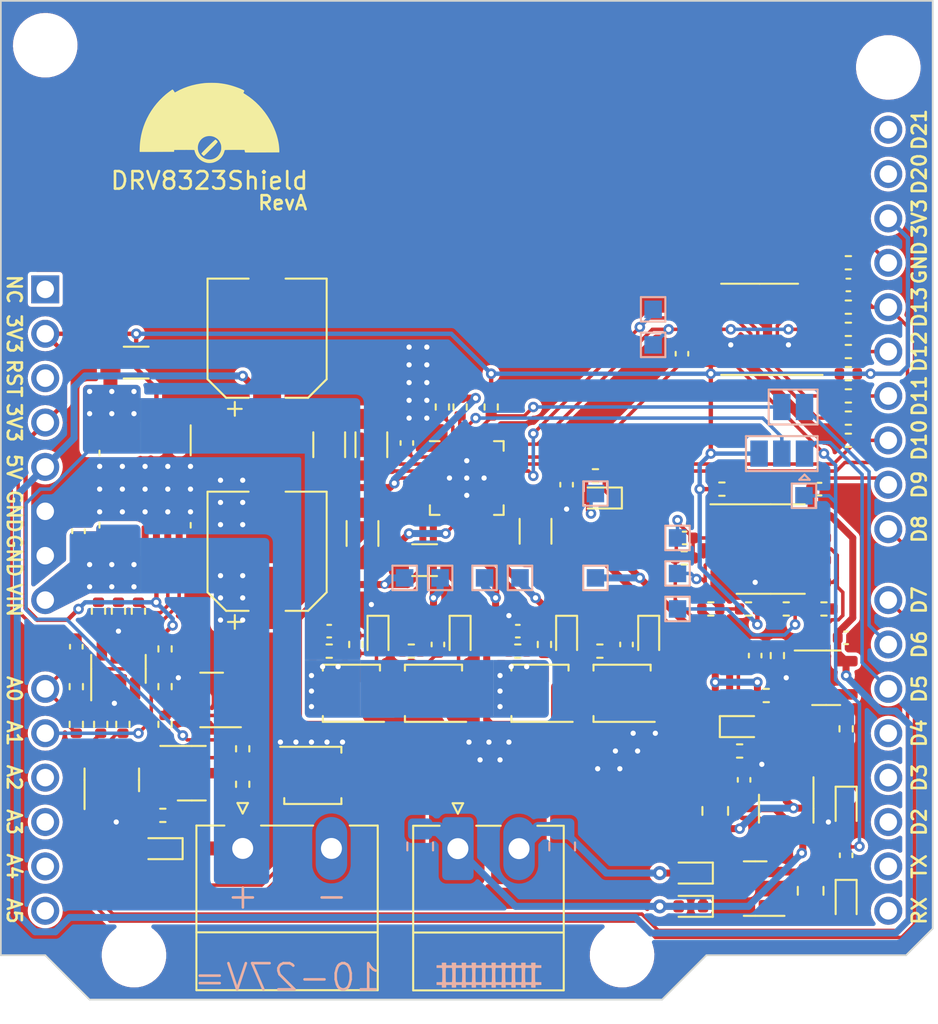
<source format=kicad_pcb>
(kicad_pcb (version 20240108) (generator "pcbnew") (generator_version "8.0")
  (title_block (title "OpenRemise DRV8323Shield") (rev "A"))
  (layers (0 "F.Cu" signal) (31 "B.Cu" signal) (34 "B.Paste" user) (35 "F.Paste" user) (36 "B.SilkS" user "B.Silkscreen") (37 "F.SilkS" user "F.Silkscreen") (38 "B.Mask" user) (39 "F.Mask" user) (44 "Edge.Cuts" user))
  (net 0 "")
  (net 1 "+5V")
  (net 2 "GND")
  (net 3 "Net-(D1-A)")
  (net 4 "Net-(C3-Pad1)")
  (net 5 "LP_BIDI_EN")
  (net 6 "Net-(U3--)")
  (net 7 "Net-(U1A--)")
  (net 8 "Net-(U3-+)")
  (net 9 "Net-(D9-K)")
  (net 10 "SHA")
  (net 11 "Net-(D12-A)")
  (net 12 "Net-(U4-CPH)")
  (net 13 "Net-(U4-CPL)")
  (net 14 "GVDD")
  (net 15 "NTRACK_EN")
  (net 16 "Net-(D11-K)")
  (net 17 "Net-(U4-BSTA)")
  (net 18 "Net-(U4-BSTB)")
  (net 19 "SHB")
  (net 20 "Net-(U4-BSTC)")
  (net 21 "SHC")
  (net 22 "Net-(D11-A)")
  (net 23 "Net-(D10-K)")
  (net 24 "GNDA")
  (net 25 "IMON")
  (net 26 "VIN")
  (net 27 "Vdrive")
  (net 28 "GHC")
  (net 29 "BIDI_EN")
  (net 30 "Net-(D3-K)")
  (net 31 "Net-(D4-K)")
  (net 32 "GLA")
  (net 33 "Net-(D6-A)")
  (net 34 "Net-(D7-K)")
  (net 35 "Net-(D7-A)")
  (net 36 "GLB")
  (net 37 "Net-(J1-Pin_2)")
  (net 39 "+3V3")
  (net 41 "ACK")
  (net 52 "TRACK_EN")
  (net 53 "NSLEEP")
  (net 54 "JP1")
  (net 55 "NFAULT")
  (net 56 "Net-(Q5-E)")
  (net 57 "Net-(Q8A-G)")
  (net 58 "Net-(Q8B-G)")
  (net 59 "Net-(Q8B-D)")
  (net 60 "Net-(Q8A-D)")
  (net 61 "Net-(Q9-B)")
  (net 62 "Net-(Q9-C)")
  (net 63 "Net-(Q10-B)")
  (net 65 "JP2")
  (net 66 "DCC_R_LOW")
  (net 67 "DCC_L")
  (net 68 "Net-(R8-Pad2)")
  (net 69 "Net-(R6-Pad2)")
  (net 70 "Net-(R7-Pad2)")
  (net 71 "Net-(U1A-+)")
  (net 72 "Net-(U1B--)")
  (net 73 "GHA")
  (net 74 "BIDI")
  (net 75 "Net-(U4-DT)")
  (net 76 "Net-(U4-VDSLVL)")
  (net 77 "GHB")
  (net 78 "I_SEL1")
  (net 79 "I_SEL0")
  (net 80 "Net-(U5-IMON)")
  (net 81 "Net-(U5-ILIM)")
  (net 82 "_TRACK_EN")
  (net 83 "Net-(U2-Pad1)")
  (net 84 "DCC_R")
  (net 88 "Net-(C8-Pad2)")
  (footprint "Package_SO:Vishay_PowerPAK_1212-8_Single" (layer "F.Cu") (at 113.03 74.168 180)
    (property "Reference" "Q7" (hide yes))
    (property "Value" "SiS4634LDN")
  )
  (footprint "Package_TO_SOT_SMD:TSOT-23-6" (layer "F.Cu") (at 122.428 80.772 -90)
    (property "Reference" "Q2" (hide yes))
    (property "Value" "QS6K21")
  )
  (footprint "Diode_SMD:D_SOD-523" (layer "F.Cu") (at 109.855 70.993 -90)
    (property "Reference" "D11" (hide yes))
    (property "Value" "1N4148")
  )
  (footprint "Package_TO_SOT_SMD:SOT-23-3" (layer "F.Cu") (at 88.3975 78.74)
    (property "Reference" "Q9" (hide yes))
    (property "Value" "BC857B")
  )
  (footprint "Capacitor_SMD:C_0402_1005Metric" (layer "F.Cu") (at 81.788 71.501 -90)
    (property "Reference" "C21" (hide yes))
    (property "Value" "1n")
  )
  (footprint "Capacitor_SMD:C_0402_1005Metric" (layer "F.Cu") (at 125.857 83.439 -90)
    (property "Reference" "C13" (hide yes))
    (property "Value" "1n")
  )
  (footprint "Connector_Phoenix_MC:PhoenixContact_MC_1,5_2-G-3.5_1x02_P3.50mm_Horizontal" (layer "F.Cu") (at 103.632 83.058)
    (property "Reference" "J2" (hide yes))
    (property "Value" "Track")
  )
  (footprint "Resistor_SMD:R_0805_2012Metric_Pad1.20x1.40mm_HandSolder" (layer "F.Cu") (at 118.364 80.899 -90)
    (property "Reference" "R12" (hide yes))
    (property "Value" "2R2")
  )
  (footprint "Resistor_SMD:R_0402_1005Metric" (layer "F.Cu") (at 86.741 81.153)
    (property "Reference" "R5" (hide yes))
    (property "Value" "10k")
  )
  (footprint "Resistor_SMD:R_0402_1005Metric" (layer "F.Cu") (at 122.428 69.342)
    (property "Reference" "R22" (hide yes))
    (property "Value" "220")
  )
  (footprint "Resistor_SMD:R_0402_1005Metric" (layer "F.Cu") (at 125.984 57.15 180)
    (property "Reference" "R7" (hide yes))
    (property "Value" "100")
  )
  (footprint "Connector_Phoenix_MC_HighVoltage:PhoenixContact_MC_1,5_2-G-5.08_1x02_P5.08mm_Horizontal" (layer "F.Cu") (at 91.313 83.0465)
    (property "Reference" "J1" (hide yes))
    (property "Value" "Power")
  )
  (footprint "Resistor_SMD:R_0402_1005Metric" (layer "F.Cu") (at 125.984 49.53 180)
    (property "Reference" "R2" (hide yes))
    (property "Value" "22k")
  )
  (footprint "Package_SO:Vishay_PowerPAK_1212-8_Single" (layer "F.Cu") (at 97.536 74.168 180)
    (property "Reference" "Q3" (hide yes))
    (property "Value" "SiS4634LDN")
  )
  (footprint "Capacitor_SMD:C_0402_1005Metric" (layer "F.Cu") (at 102.489 71.374 90)
    (property "Reference" "C10" (hide yes))
    (property "Value" "1n")
  )
  (footprint "Capacitor_SMD:C_0402_1005Metric" (layer "F.Cu") (at 116.614 65.278)
    (property "Reference" "C7" (hide yes))
    (property "Value" "100p")
  )
  (footprint "Resistor_SMD:R_0402_1005Metric" (layer "F.Cu") (at 116.586 66.421 180)
    (property "Reference" "R16" (hide yes))
    (property "Value" "3k3")
  )
  (footprint "Package_SO:TSSOP-14_4.4x5mm_P0.65mm" (layer "F.Cu") (at 120.904 53.34 180)
    (property "Reference" "U2" (hide yes))
    (property "Value" "74LVC02A")
  )
  (footprint "Resistor_SMD:R_0402_1005Metric" (layer "F.Cu") (at 96.266 71.755)
    (property "Reference" "R23" (hide yes))
    (property "Value" "47")
  )
  (footprint "Resistor_SMD:R_0402_1005Metric" (layer "F.Cu") (at 91.313 79.375 -90)
    (property "Reference" "R41" (hide yes))
    (property "Value" "1k")
  )
  (footprint "Resistor_SMD:R_0402_1005Metric" (layer "F.Cu") (at 86.868 71.628 90)
    (property "Reference" "R45" (hide yes))
    (property "Value" "10k")
  )
  (footprint "Resistor_SMD:R_0402_1005Metric" (layer "F.Cu") (at 121.285 74.295 180)
    (property "Reference" "R14" (hide yes))
    (property "Value" "1k")
  )
  (footprint "Resistor_SMD:R_0402_1005Metric" (layer "F.Cu") (at 124.587 69.342)
    (property "Reference" "R21" (hide yes))
    (property "Value" "33")
  )
  (footprint "Resistor_SMD:R_0402_1005Metric" (layer "F.Cu") (at 83.058 69.469 90)
    (property "Reference" "R37" (hide yes))
    (property "Value" "1k")
  )
  (footprint "Capacitor_SMD:C_0402_1005Metric" (layer "F.Cu") (at 125.857 70.993 180)
    (property "Reference" "C6" (hide yes))
    (property "Value" "100n")
  )
  (footprint "Resistor_SMD:R_0402_1005Metric" (layer "F.Cu") (at 86.868 75.946 -90)
    (property "Reference" "R43" (hide yes))
    (property "Value" "22k")
  )
  (footprint "Resistor_SMD:R_0402_1005Metric" (layer "F.Cu") (at 125.984 58.42 180)
    (property "Reference" "R8" (hide yes))
    (property "Value" "100")
  )
  (footprint "Package_TO_SOT_SMD:SOT-23" (layer "F.Cu") (at 89.535 74.549 180)
    (property "Reference" "Q10" (hide yes))
    (property "Value" "BC847B")
  )
  (footprint "Resistor_SMD:R_0402_1005Metric" (layer "F.Cu") (at 84.201 69.469 90)
    (property "Reference" "R40" (hide yes))
    (property "Value" "5k1")
  )
  (footprint "OpenRemise:Logo_Symbol" (layer "F.Cu") (at 89.408 41.529)
    (property "Reference" "G***" (hide yes))
    (property "Value" "LOGO" (hide yes))
  )
  (footprint "Diode_SMD:D_SOD-523" (layer "F.Cu") (at 111.76 62.992 180)
    (property "Reference" "D2" (hide yes))
    (property "Value" "1N4148")
  )
  (footprint "Resistor_SMD:R_0805_2012Metric_Pad1.20x1.40mm_HandSolder" (layer "F.Cu") (at 123.825 85.471 -90)
    (property "Reference" "R30" (hide yes))
    (property "Value" "220")
  )
  (footprint "Resistor_SMD:R_0402_1005Metric" (layer "F.Cu") (at 118.11 69.342)
    (property "Reference" "R20" (hide yes))
    (property "Value" "33")
  )
  (footprint "Capacitor_SMD:C_1206_3216Metric" (layer "F.Cu") (at 85.217 55.245)
    (property "Reference" "C24" (hide yes))
    (property "Value" "1u")
  )
  (footprint "Capacitor_SMD:C_1206_3216Metric" (layer "F.Cu") (at 98.171 65.024 -90)
    (property "Reference" "C16" (hide yes))
    (property "Value" "1u")
  )
  (footprint "Capacitor_SMD:C_0402_1005Metric" (layer "F.Cu") (at 81.915 64.897 90)
    (property "Reference" "C22" (hide yes))
    (property "Value" "100n")
  )
  (footprint "Resistor_SMD:R_0402_1005Metric" (layer "F.Cu") (at 125.857 76.2 -90)
    (property "Reference" "R13" (hide yes))
    (property "Value" "1k")
  )
  (footprint "Package_TO_SOT_SMD:SOT-23" (layer "F.Cu") (at 83.82 79.121 90)
    (property "Reference" "D3" (hide yes))
    (property "Value" "BZX84C15")
  )
  (footprint "Capacitor_SMD:C_0402_1005Metric" (layer "F.Cu") (at 96.266 70.612)
    (property "Reference" "C9" (hide yes))
    (property "Value" "1n")
  )
  (footprint "Package_TO_SOT_SMD:SOT-23" (layer "F.Cu") (at 120.65 85.344 180)
    (property "Reference" "Q5" (hide yes))
    (property "Value" "BC847B")
  )
  (footprint "Resistor_SMD:R_0402_1005Metric" (layer "F.Cu") (at 125.984 53.34 180)
    (property "Reference" "R1" (hide yes))
    (property "Value" "22k")
  )
  (footprint "Resistor_SMD:R_0402_1005Metric" (layer "F.Cu") (at 103.759 57.785 -90)
    (property "Reference" "R29" (hide yes))
    (property "Value" "100k")
  )
  (footprint "Diode_SMD:D_SOD-523" (layer "F.Cu") (at 99.06 70.993 -90)
    (property "Reference" "D7" (hide yes))
    (property "Value" "1N4148")
  )
  (footprint "Resistor_SMD:R_0402_1005Metric" (layer "F.Cu") (at 102.743 57.785 -90)
    (property "Reference" "R28" (hide yes))
    (property "Value" "10k")
  )
  (footprint "Diode_SMD:D_SOD-523" (layer "F.Cu") (at 116.967 86.36 180)
    (property "Reference" "D8" (hide yes))
    (property "Value" "1N4148")
  )
  (footprint "Resistor_SMD:R_0402_1005Metric" (layer "F.Cu") (at 86.868 73.785 -90)
    (property "Reference" "R44" (hide yes))
    (property "Value" "4k7")
  )
  (footprint "Resistor_SMD:R_0402_1005Metric" (layer "F.Cu") (at 125.984 55.88 180)
    (property "Reference" "R3" (hide yes))
    (property "Value" "22k")
  )
  (footprint "Resistor_SMD:R_0402_1005Metric" (layer "F.Cu") (at 97.79 71.374 90)
    (property "Reference" "R27" (hide yes))
    (property "Value" "1k")
  )
  (footprint "Capacitor_SMD:C_1206_3216Metric" (layer "F.Cu") (at 108.077 64.897 90)
    (property "Reference" "C20" (hide yes))
    (property "Value" "1u")
  )
  (footprint "Resistor_SMD:R_0402_1005Metric" (layer "F.Cu") (at 125.984 52.07 180)
    (property "Reference" "R10" (hide yes))
    (property "Value" "4k7")
  )
  (footprint "Capacitor_SMD:C_0402_1005Metric" (layer "F.Cu") (at 125.984 50.8 180)
    (property "Reference" "C3" (hide yes))
    (property "Value" "220p")
  )
  (footprint "Diode_SMD:D_SOD-523" (layer "F.Cu") (at 86.614 83.058 180)
    (property "Reference" "D5" (hide yes))
    (property "Value" "CEZ30V,L3F")
  )
  (footprint "Resistor_SMD:R_0402_1005Metric" (layer "F.Cu") (at 125.984 54.61 180)
    (property "Reference" "R6" (hide yes))
    (property "Value" "100")
  )
  (footprint "Resistor_SMD:R_0402_1005Metric" (layer "F.Cu") (at 119.761 77.47 180)
    (property "Reference" "R9" (hide yes))
    (property "Value" "4k7")
  )
  (footprint "Capacitor_SMD:C_0402_1005Metric" (layer "F.Cu") (at 116.459 54.737 90)
    (property "Reference" "C5" (hide yes))
    (property "Value" "100n")
  )
  (footprint "Resistor_SMD:R_0402_1005Metric" (layer "F.Cu") (at 81.788 73.787 90)
    (property "Reference" "R38" (hide yes))
    (property "Value" "120")
  )
  (footprint "Capacitor_SMD:CP_Elec_6.3x7.7" (layer "F.Cu") (at 92.71 66.04 90)
    (property "Reference" "C23" (hide yes))
    (property "Value" "100u")
  )
  (footprint "Diode_SMD:D_SOD-523" (layer "F.Cu") (at 119.888 76.073)
    (property "Reference" "D1" (hide yes))
    (property "Value" "1N4148")
  )
  (footprint "Package_TO_SOT_SMD:TSOT-23-6" (layer "F.Cu") (at 84.201 72.771 90)
    (property "Reference" "Q8" (hide yes))
    (property "Value" "QS6K21")
  )
  (footprint "Capacitor_SMD:C_0402_1005Metric" (layer "F.Cu") (at 120.65 72.009 90)
    (property "Reference" "C8" (hide yes))
    (property "Value" "100p")
  )
  (footprint "Package_SO:SOIC-8_3.9x4.9mm_P1.27mm" (layer "F.Cu") (at 121.539 65.913)
    (property "Reference" "U1" (hide yes))
    (property "Value" "LM393")
  )
  (footprint "Package_SO:Vishay_PowerPAK_1212-8_Single" (layer "F.Cu") (at 108.331 74.168 180)
    (property "Reference" "Q6" (hide yes))
    (property "Value" "SiS4634LDN")
  )
  (footprint "Package_SO:Vishay_PowerPAK_1212-8_Single" (layer "F.Cu") (at 102.235 74.168 180)
    (property "Reference" "Q4" (hide yes))
    (property "Value" "SiS4634LDN")
  )
  (footprint "Diode_SMD:D_SOD-523" (layer "F.Cu") (at 125.857 80.772 -90)
    (property "Reference" "D4" (hide yes))
    (property "Value" "1N4148")
  )
  (footprint "Package_TO_SOT_SMD:SOT-23-5" (layer "F.Cu") (at 124.714 73.279)
    (property "Reference" "U3" (hide yes))
    (property "Value" "TLV9051xDBV")
  )
  (footprint "Resistor_SMD:R_0402_1005Metric" (layer "F.Cu") (at 111.506 61.722 180)
    (property "Reference" "R11" (hide yes))
    (property "Value" "10k")
  )
  (footprint "Capacitor_SMD:C_0402_1005Metric" (layer "F.Cu") (at 100.711 59.845 90)
    (property "Reference" "C14" (hide yes))
    (property "Value" "100n")
  )
  (footprint "Resistor_SMD:R_0402_1005Metric" (layer "F.Cu") (at 107.061 71.755)
    (property "Reference" "R33" (hide yes))
    (property "Value" "47")
  )
  (footprint "Capacitor_SMD:C_1206_3216Metric" (layer "F.Cu") (at 101.727 66.548)
    (property "Reference" "C17" (hide yes))
    (property "Value" "1u")
  )
  (footprint "Resistor_SMD:R_0402_1005Metric" (layer "F.Cu") (at 111.76 71.755)
    (property "Reference" "R32" (hide yes))
    (property "Value" "47")
  )
  (footprint "Resistor_SMD:R_0402_1005Metric" (layer "F.Cu") (at 83.185 75.946 -90)
    (property "Reference" "R34" (hide yes))
    (property "Value" "10k")
  )
  (footprint "Resistor_SMD:R_0402_1005Metric" (layer "F.Cu") (at 120.269 69.342)
    (property "Reference" "R19" (hide yes))
    (property "Value" "1k")
  )
  (footprint "OpenRemise:QFN-28-1EP_4x4mm_P0.4mm_EP2.6x2.6mm_ThermalVias" (layer "F.Cu") (at 104.14 61.849)
    (property "Reference" "U4" (hide yes))
    (property "Value" "DRV8328B")
  )
  (footprint "Diode_SMD:D_SOD-523" (layer "F.Cu") (at 116.967 84.455 180)
    (property "Reference" "D10" (hide yes))
    (property "Value" "1N4148")
  )
  (footprint "Capacitor_SMD:C_1206_3216Metric" (layer "F.Cu") (at 96.266 59.944 -90)
    (property "Reference" "C12" (hide yes))
    (property "Value" "10u")
  )
  (footprint "Resistor_SMD:R_0402_1005Metric" (layer "F.Cu") (at 85.344 69.469 90)
    (property "Reference" "R39" (hide yes))
    (property "Value" "2k2")
  )
  (footprint "Diode_SMD:D_SOD-523" (layer "F.Cu") (at 103.759 70.993 -90)
    (property "Reference" "D6" (hide yes))
    (property "Value" "1N4148")
  )
  (footprint "Capacitor_SMD:C_0402_1005Metric" (layer "F.Cu") (at 107.061 70.612)
    (property "Reference" "C19" (hide yes))
    (property "Value" "1n")
  )
  (footprint "Package_SO:Vishay_PowerPAK_1212-8_Single" (layer "F.Cu") (at 95.3275 78.867)
    (property "Reference" "Q1" (hide yes))
    (property "Value" "SiS4634LDN")
  )
  (footprint "Resistor_SMD:R_0402_1005Metric" (layer "F.Cu") (at 91.313 77.343 -90)
    (property "Reference" "R42" (hide yes))
    (property "Value" "4k7")
  )
  (footprint "Resistor_SMD:R_0402_1005Metric" (layer "F.Cu") (at 84.455 75.946 -90)
    (property "Reference" "R35" (hide yes))
    (property "Value" "10k")
  )
  (footprint "Capacitor_SMD:C_0402_1005Metric" (layer "F.Cu") (at 109.855 62.23 -90)
    (property "Reference" "C4" (hide yes))
    (property "Value" "1n")
  )
  (footprint "Resistor_SMD:R_0402_1005Metric" (layer "F.Cu") (at 105.537 57.785 90)
    (property "Reference" "R24" (hide yes))
    (property "Value" "10k")
  )
  (footprint "Diode_SMD:D_SOD-523" (layer "F.Cu") (at 114.554 70.993 -90)
    (property "Reference" "D12" (hide yes))
    (property "Value" "1N4148")
  )
  (footprint "Capacitor_SMD:C_1206_3216Metric" (layer "F.Cu") (at 98.679 59.944 90)
    (property "Reference" "C11" (hide yes))
    (property "Value" "470n")
  )
  (footprint "Capacitor_SMD:C_0402_1005Metric" (layer "F.Cu") (at 124.333 62.484)
    (property "Reference" "C1" (hide yes))
    (property "Value" "100n")
  )
  (footprint "Capacitor_SMD:CP_Elec_6.3x7.7" (layer "F.Cu") (at 92.71 53.848 90)
    (property "Reference" "C15" (hide yes))
    (property "Value" "100u")
  )
  (footprint "Capacitor_SMD:C_0402_1005Metric" (layer "F.Cu") (at 113.284 71.374 90)
    (property "Reference" "C18" (hide yes))
    (property "Value" "1n")
  )
  (footprint "Capacitor_SMD:C_0402_1005Metric" (layer "F.Cu") (at 120.015 79.121 90)
    (property "Reference" "C2" (hide yes))
    (property "Value" "1n")
  )
  (footprint "Resistor_SMD:R_0402_1005Metric" (layer "F.Cu") (at 100.965 71.755)
    (property "Reference" "R25" (hide yes))
    (property "Value" "47")
  )
  (footprint "Package_SO:HTSSOP-14-1EP_4.4x5mm_P0.65mm_EP3.4x5mm_Mask3x3.1mm_ThermalVias" (layer "F.Cu") (at 85.725 62.484 -90)
    (property "Reference" "U5" (hide yes))
    (property "Value" "TPS27S100B")
  )
  (footprint "Resistor_SMD:R_0402_1005Metric" (layer "F.Cu") (at 118.745 62.484)
    (property "Reference" "R26" (hide yes))
    (property "Value" "10k")
  )
  (footprint "Resistor_SMD:R_0402_1005Metric" (layer "F.Cu") (at 125.984 59.69 180)
    (property "Reference" "R4" (hide yes))
    (property "Value" "22k")
  )
  (footprint "Resistor_SMD:R_0402_1005Metric" (layer "F.Cu") (at 121.92 72.009 -90)
    (property "Reference" "R17" (hide yes))
    (property "Value" "3k3")
  )
  (footprint "Diode_SMD:D_SOD-523" (layer "F.Cu") (at 125.857 86.106 -90)
    (property "Reference" "D9" (hide yes))
    (property "Value" "1N4148")
  )
  (footprint "Resistor_SMD:R_0402_1005Metric" (layer "F.Cu") (at 108.585 71.374 90)
    (property "Reference" "R31" (hide yes))
    (property "Value" "1k")
  )
  (footprint "Resistor_SMD:R_0402_1005Metric" (layer "F.Cu") (at 81.788 75.946 90)
    (property "Reference" "R36" (hide yes))
    (property "Value" "4k7")
  )
  (footprint "OpenRemise:Arduino_UNO_R3_WithMountingHoles" (layer "B.Cu") (at 80.01 51.054 -90)
    (property "Reference" "J3" (hide yes))
    (property "Value" "Arduino_UNO_R3" (hide yes))
    (fp_line (start -16.51 2.54) (end 38.1 2.54) (stroke (width 0.1)) (layer "Edge.Cuts"))
    (fp_line (start -16.51 2.54) (end -16.51 -50.8) (stroke (width 0.1)) (layer "Edge.Cuts"))
    (fp_line (start 38.1 2.54) (end 38.1 0) (stroke (width 0.1)) (layer "Edge.Cuts"))
    (fp_line (start 38.1 0) (end 40.64 -2.54) (stroke (width 0.1)) (layer "Edge.Cuts"))
    (fp_line (start 40.64 -2.54) (end 40.64 -35.31) (stroke (width 0.1)) (layer "Edge.Cuts"))
    (fp_line (start 40.64 -35.31) (end 38.1 -37.85) (stroke (width 0.1)) (layer "Edge.Cuts"))
    (fp_line (start 38.1 -37.85) (end 38.1 -49.28) (stroke (width 0.1)) (layer "Edge.Cuts"))
    (fp_line (start 38.1 -49.28) (end 36.58 -50.8) (stroke (width 0.1)) (layer "Edge.Cuts"))
    (fp_line (start 36.58 -50.8) (end -16.51 -50.8) (stroke (width 0.1)) (layer "Edge.Cuts"))
  )
  (footprint "TestPoint:TestPoint_Pad_1.0x1.0mm" (layer "B.Cu") (at 102.616 67.564 180)
    (property "Reference" "TP10" (hide yes))
    (property "Value" "TestPoint_Small")
  )
  (footprint "Jumper:SolderJumper-2_P1.3mm_Open_Pad1.0x1.5mm" (layer "B.Cu") (at 122.824 57.785)
    (property "Reference" "JP1" (hide yes))
    (property "Value" "SolderJumper_2_Open")
  )
  (footprint "TestPoint:TestPoint_Pad_1.0x1.0mm" (layer "B.Cu") (at 111.506 62.738 180)
    (property "Reference" "TP1" (hide yes))
    (property "Value" "TestPoint_Small")
  )
  (footprint "OpenRemise:Track_Symbol" (layer "B.Cu") (at 105.41 90.297 180)
    (property "Reference" "G***" (hide yes))
    (property "Value" "LOGO" (hide yes))
  )
  (footprint "TestPoint:TestPoint_Pad_1.0x1.0mm" (layer "B.Cu") (at 114.808 54.229 180)
    (property "Reference" "TP4" (hide yes))
    (property "Value" "TestPoint_Small")
  )
  (footprint "TestPoint:TestPoint_Pad_1.0x1.0mm" (layer "B.Cu") (at 116.205 65.278 90)
    (property "Reference" "TP3" (hide yes))
    (property "Value" "TestPoint_Small")
  )
  (footprint "TestPoint:TestPoint_Pad_1.0x1.0mm" (layer "B.Cu") (at 100.584 67.564 180)
    (property "Reference" "TP9" (hide yes))
    (property "Value" "TestPoint_Small")
  )
  (footprint "TestPoint:TestPoint_Pad_1.0x1.0mm" (layer "B.Cu") (at 116.205 69.342 180)
    (property "Reference" "TP7" (hide yes))
    (property "Value" "TestPoint_Small")
  )
  (footprint "TestPoint:TestPoint_Pad_1.0x1.0mm" (layer "B.Cu") (at 111.506 67.564 180)
    (property "Reference" "TP8" (hide yes))
    (property "Value" "TestPoint_Small")
  )
  (footprint "TestPoint:TestPoint_Pad_1.0x1.0mm" (layer "B.Cu") (at 123.444 62.865 180)
    (property "Reference" "TP5" (hide yes))
    (property "Value" "TestPoint_Small")
  )
  (footprint "TestPoint:TestPoint_Pad_1.0x1.0mm" (layer "B.Cu") (at 107.188 67.564 180)
    (property "Reference" "TP12" (hide yes))
    (property "Value" "TestPoint_Small")
  )
  (footprint "Resistor_SMD:R_0805_2012Metric_Pad1.20x1.40mm_HandSolder" (layer "B.Cu") (at 101.473 82.931 90)
    (property "Reference" "R15" (hide yes))
    (property "Value" "4k7")
  )
  (footprint "TestPoint:TestPoint_Pad_1.0x1.0mm" (layer "B.Cu") (at 114.808 52.197 180)
    (property "Reference" "TP2" (hide yes))
    (property "Value" "TestPoint_Small")
  )
  (footprint "Jumper:SolderJumper-3_P1.3mm_Open_Pad1.0x1.5mm" (layer "B.Cu") (at 122.174 60.452 180)
    (property "Reference" "JP2" (hide yes))
    (property "Value" "SolderJumper_3_Open")
  )
  (footprint "TestPoint:TestPoint_Pad_1.0x1.0mm" (layer "B.Cu") (at 105.156 67.564 180)
    (property "Reference" "TP11" (hide yes))
    (property "Value" "TestPoint_Small")
  )
  (footprint "Resistor_SMD:R_0805_2012Metric_Pad1.20x1.40mm_HandSolder" (layer "B.Cu") (at 109.601 82.931 90)
    (property "Reference" "R18" (hide yes))
    (property "Value" "4k7")
  )
  (footprint "TestPoint:TestPoint_Pad_1.0x1.0mm" (layer "B.Cu") (at 116.205 67.31 180)
    (property "Reference" "TP6" (hide yes))
    (property "Value" "TestPoint_Small")
  )
  (gr_text "-" (at 95.377 86.614 0) (layer "B.SilkS") (effects (font (size 1.5 1.5)) (justify left bottom)))
  (gr_text "+" (at 90.297 86.614 0) (layer "B.SilkS") (effects (font (size 1.5 1.5)) (justify left bottom)))
  (gr_text "10-27V=" (at 93.853 90.424 0) (layer "B.SilkS") (effects (font (size 1.5 1.5)) (justify mirror)))
  (gr_text "GND" (at 78.232 63.754 270) (layer "F.SilkS") (effects (font (size 0.8 0.8))))
  (gr_text "3V3" (at 130.048 46.99 90) (layer "F.SilkS") (effects (font (size 0.8 0.8) (thickness 0.15) (bold yes))))
  (gr_text "D9" (at 130.048 62.23 90) (layer "F.SilkS") (effects (font (size 0.8 0.8) (thickness 0.15) (bold yes))))
  (gr_text "D10" (at 130.048 59.680906 90) (layer "F.SilkS") (effects (font (size 0.8 0.8) (thickness 0.15) (bold yes))))
  (gr_text "D2" (at 130.048 81.534 90) (layer "F.SilkS") (effects (font (size 0.8 0.8) (thickness 0.15) (bold yes))))
  (gr_text "D6" (at 130.048 71.374 90) (layer "F.SilkS") (effects (font (size 0.8 0.8) (thickness 0.15) (bold yes))))
  (gr_text "3V3" (at 78.232 58.674 270) (layer "F.SilkS") (effects (font (size 0.8 0.8))))
  (gr_text "D4" (at 130.048 76.454 90) (layer "F.SilkS") (effects (font (size 0.8 0.8) (thickness 0.15) (bold yes))))
  (gr_text "D7" (at 130.048 68.834 90) (layer "F.SilkS") (effects (font (size 0.8 0.8) (thickness 0.15) (bold yes))))
  (gr_text "D5" (at 130.048 73.914 90) (layer "F.SilkS") (effects (font (size 0.8 0.8) (thickness 0.15) (bold yes))))
  (gr_text "A0" (at 78.232 73.914 270) (layer "F.SilkS") (effects (font (size 0.8 0.8))))
  (gr_text "RevA" (at 93.599 46.101 0) (layer "F.SilkS") (effects (font (size 0.8 0.8))))
  (gr_text "RX" (at 130.048 86.614 90) (layer "F.SilkS") (effects (font (size 0.8 0.8) (thickness 0.15) (bold yes))))
  (gr_text "A5" (at 78.232 86.614 270) (layer "F.SilkS") (effects (font (size 0.8 0.8) (thickness 0.15) (bold yes))))
  (gr_text "A4" (at 78.232 84.074 270) (layer "F.SilkS") (effects (font (size 0.8 0.8))))
  (gr_text "RST" (at 78.232 56.134 270) (layer "F.SilkS") (effects (font (size 0.8 0.8))))
  (gr_text "A1" (at 78.232 76.454 270) (layer "F.SilkS") (effects (font (size 0.8 0.8))))
  (gr_text "D8" (at 130.048 64.77 90) (layer "F.SilkS") (effects (font (size 0.8 0.8) (thickness 0.15) (bold yes))))
  (gr_text "D21" (at 130.048 41.91 90) (layer "F.SilkS") (effects (font (size 0.8 0.8) (thickness 0.15) (bold yes))))
  (gr_text "GND" (at 130.048 49.53 90) (layer "F.SilkS") (effects (font (size 0.8 0.8) (thickness 0.15) (bold yes))))
  (gr_text "NC" (at 78.232 51.054 270) (layer "F.SilkS") (effects (font (size 0.8 0.8))))
  (gr_text "TX" (at 130.048 84.074 90) (layer "F.SilkS") (effects (font (size 0.8 0.8) (thickness 0.15) (bold yes))))
  (gr_text "VIN" (at 78.232 68.834 270) (layer "F.SilkS") (effects (font (size 0.8 0.8))))
  (gr_text "D3" (at 130.048 78.994 90) (layer "F.SilkS") (effects (font (size 0.8 0.8) (thickness 0.15) (bold yes))))
  (gr_text "A3" (at 78.232 81.534 270) (layer "F.SilkS") (effects (font (size 0.8 0.8))))
  (gr_text "GND" (at 78.232 66.294 270) (layer "F.SilkS") (effects (font (size 0.8 0.8))))
  (gr_text "D11" (at 130.048 57.15 90) (layer "F.SilkS") (effects (font (size 0.8 0.8) (thickness 0.15) (bold yes))))
  (gr_text "DRV8323Shield" (at 89.408 44.831 0) (layer "F.SilkS") (effects (font (size 1 1))))
  (gr_text "5V" (at 78.232 61.214 270) (layer "F.SilkS") (effects (font (size 0.8 0.8))))
  (gr_text "D12" (at 130.048 54.61 90) (layer "F.SilkS") (effects (font (size 0.8 0.8) (thickness 0.15) (bold yes))))
  (gr_text "D20" (at 130.048 44.45 90) (layer "F.SilkS") (effects (font (size 0.8 0.8) (thickness 0.15) (bold yes))))
  (gr_text "A2" (at 78.232 78.994 270) (layer "F.SilkS") (effects (font (size 0.8 0.8))))
  (gr_text "3V3" (at 78.232 53.594 270) (layer "F.SilkS") (effects (font (size 0.8 0.8))))
  (gr_text "D13" (at 130.048 52.07 90) (layer "F.SilkS") (effects (font (size 0.8 0.8) (thickness 0.15) (bold yes))))
  (segment (start 100.001 57.889834) (end 100.001 59.851944) (width 0.4) (layer "F.Cu") (net 1))
  (segment (start 125.377 71.8545) (end 125.377 70.993) (width 0.4) (layer "F.Cu") (net 1))
  (segment (start 124.968 64.008) (end 124.014 64.008) (width 0.4) (layer "F.Cu") (net 1))
  (segment (start 100.474056 60.325) (end 100.711 60.325) (width 0.4) (layer "F.Cu") (net 1))
  (segment (start 126.238 69.84703) (end 126.238 65.278) (width 0.4) (layer "F.Cu") (net 1))
  (segment (start 126.238 65.278) (end 124.968 64.008) (width 0.4) (layer "F.Cu") (net 1))
  (segment (start 125.8515 72.329) (end 125.377 71.8545) (width 0.4) (layer "F.Cu") (net 1))
  (segment (start 125.377 70.993) (end 125.377 70.70803) (width 0.4) (layer "F.Cu") (net 1))
  (segment (start 92.677 56.515) (end 92.71 56.548) (width 0.4) (layer "F.Cu") (net 1))
  (segment (start 125.8515 73.1465) (end 125.857 73.152) (width 0.4) (layer "F.Cu") (net 1))
  (segment (start 98.659166 56.548) (end 100.001 57.889834) (width 0.4) (layer "F.Cu") (net 1))
  (segment (start 123.853 62.484) (end 123.853 63.847) (width 0.4) (layer "F.Cu") (net 1))
  (segment (start 100.001 59.851944) (end 100.474056 60.325) (width 0.4) (layer "F.Cu") (net 1))
  (segment (start 92.71 56.548) (end 91.854 56.548) (width 0.4) (layer "F.Cu") (net 1))
  (segment (start 125.8515 72.329) (end 125.8515 73.1465) (width 0.4) (layer "F.Cu") (net 1))
  (segment (start 91.854 56.548) (end 91.313 56.007) (width 0.4) (layer "F.Cu") (net 1))
  (segment (start 92.71 56.548) (end 98.659166 56.548) (width 0.4) (layer "F.Cu") (net 1))
  (segment (start 123.853 63.847) (end 124.014 64.008) (width 0.4) (layer "F.Cu") (net 1))
  (segment (start 102.2025 60.649) (end 101.035 60.649) (width 0.2) (layer "F.Cu") (net 1))
  (segment (start 125.377 70.70803) (end 126.238 69.84703) (width 0.4) (layer "F.Cu") (net 1))
  (segment (start 101.035 60.649) (end 100.711 60.325) (width 0.2) (layer "F.Cu") (net 1))
  (via (at 91.313 56.007) (size 0.6) (drill 0.3) (layers "F.Cu" "B.Cu") (net 1))
  (via (at 125.857 73.152) (size 0.6) (drill 0.3) (layers "F.Cu" "B.Cu") (net 1))
  (segment (start 81.407 86.995) (end 80.588 87.814) (width 0.4) (layer "B.Cu") (net 1))
  (segment (start 113.792 86.995) (end 81.407 86.995) (width 0.4) (layer "B.Cu") (net 1))
  (segment (start 81.661 59.563) (end 81.661 56.642) (width 0.4) (layer "B.Cu") (net 1))
  (segment (start 80.01 61.214) (end 81.661 59.563) (width 0.4) (layer "B.Cu") (net 1))
  (segment (start 80.588 87.814) (end 79.432 87.814) (width 0.4) (layer "B.Cu") (net 1))
  (segment (start 129.47 87.111057) (end 128.697057 87.884) (width 0.4) (layer "B.Cu") (net 1))
  (segment (start 125.857 73.152) (end 125.857 73.198057) (width 0.4) (layer "B.Cu") (net 1))
  (segment (start 78.41 62.814) (end 80.01 61.214) (width 0.4) (layer "B.Cu") (net 1))
  (segment (start 82.296 56.007) (end 91.313 56.007) (width 0.4) (layer "B.Cu") (net 1))
  (segment (start 129.47 75.956943) (end 129.47 87.111057) (width 0.4) (layer "B.Cu") (net 1))
  (segment (start 128.697057 87.884) (end 114.681 87.884) (width 0.4) (layer "B.Cu") (net 1))
  (segment (start 128.697057 75.184) (end 129.47 75.956943) (width 0.4) (layer "B.Cu") (net 1))
  (segment (start 127.842943 75.184) (end 128.697057 75.184) (width 0.4) (layer "B.Cu") (net 1))
  (segment (start 114.681 87.884) (end 113.792 86.995) (width 0.4) (layer "B.Cu") (net 1))
  (segment (start 78.41 86.792) (end 78.41 62.814) (width 0.4) (layer "B.Cu") (net 1))
  (segment (start 125.857 73.198057) (end 127.842943 75.184) (width 0.4) (layer "B.Cu") (net 1))
  (segment (start 81.661 56.642) (end 82.296 56.007) (width 0.4) (layer "B.Cu") (net 1))
  (segment (start 79.432 87.814) (end 78.41 86.792) (width 0.4) (layer "B.Cu") (net 1))
  (segment (start 84.201 71.6335) (end 84.201 70.612) (width 0.2) (layer "F.Cu") (net 2))
  (segment (start 87.626 73.275) (end 87.63 73.279) (width 0.2) (layer "F.Cu") (net 2))
  (segment (start 84.201 74.507288) (end 83.967662 74.740626) (width 0.2) (layer "F.Cu") (net 2))
  (segment (start 84.201 73.9085) (end 84.201 74.507288) (width 0.2) (layer "F.Cu") (net 2))
  (segment (start 119.253 54.229) (end 119.014 53.99) (width 0.2) (layer "F.Cu") (net 2))
  (segment (start 125.472 53.34) (end 125.472 53.394908) (width 0.2) (layer "F.Cu") (net 2))
  (segment (start 123.7665 53.99) (end 122.794 53.99) (width 0.2) (layer "F.Cu") (net 2))
  (segment (start 106.0775 62.249) (end 106.904 62.249) (width 0.2) (layer "F.Cu") (net 2))
  (segment (start 125.474 50.77) (end 125.504 50.8) (width 0.2) (layer "F.Cu") (net 2))
  (segment (start 102.94 60.649) (end 104.14 61.849) (width 0.2) (layer "F.Cu") (net 2))
  (segment (start 119.014 53.99) (end 118.0415 53.99) (width 0.2) (layer "F.Cu") (net 2))
  (segment (start 104.54 62.249) (end 104.14 61.849) (width 0.2) (layer "F.Cu") (net 2))
  (segment (start 106.904 62.249) (end 108.077 63.422) (width 0.2) (layer "F.Cu") (net 2))
  (segment (start 86.868 73.275) (end 87.626 73.275) (width 0.2) (layer "F.Cu") (net 2))
  (segment (start 84.201 69.979) (end 84.201 70.612) (width 0.2) (layer "F.Cu") (net 2))
  (segment (start 102.94 59.9115) (end 102.94 60.649) (width 0.2) (layer "F.Cu") (net 2))
  (segment (start 122.794 53.99) (end 122.555 54.229) (width 0.2) (layer "F.Cu") (net 2))
  (segment (start 106.0775 62.249) (end 104.54 62.249) (width 0.2) (layer "F.Cu") (net 2))
  (segment (start 125.474 53.34) (end 125.474 53.392908) (width 0.2) (layer "F.Cu") (net 2))
  (via (at 97.028 76.962) (size 0.6) (drill 0.3) (layers "F.Cu" "B.Cu") (net 2))
  (via (at 101.854 57.404) (size 0.6) (drill 0.3) (layers "F.Cu" "B.Cu") (net 2))
  (via (at 93.472 76.962) (size 0.6) (drill 0.3) (layers "F.Cu" "B.Cu") (net 2))
  (via (at 100.838 56.388) (size 0.6) (drill 0.3) (layers "F.Cu" "B.Cu") (net 2))
  (via (at 121.031 78.232) (size 0.6) (drill 0.3) (layers "F.Cu" "B.Cu") (net 2))
  (via (at 109.855 63.627) (size 0.6) (drill 0.3) (layers "F.Cu" "B.Cu") (net 2))
  (via (at 101.854 55.372) (size 0.6) (drill 0.3) (layers "F.Cu" "B.Cu") (net 2))
  (via (at 112.903 78.486) (size 0.6) (drill 0.3) (layers "F.Cu" "B.Cu") (net 2))
  (via (at 90.043 63.246) (size 0.6) (drill 0.3) (layers "F.Cu" "B.Cu") (net 2))
  (via (at 98.679 69.088) (size 0.6) (drill 0.3) (layers "F.Cu" "B.Cu") (net 2))
  (via (at 120.65 67.818) (size 0.6) (drill 0.3) (layers "F.Cu" "B.Cu") (net 2))
  (via (at 105.41 76.962) (size 0.6) (drill 0.3) (layers "F.Cu" "B.Cu") (net 2))
  (via (at 90.043 64.516) (size 0.6) (drill 0.3) (layers "F.Cu" "B.Cu") (net 2))
  (via (at 91.313 64.516) (size 0.6) (drill 0.3) (layers "F.Cu" "B.Cu") (net 2))
  (via (at 101.854 56.388) (size 0.6) (drill 0.3) (layers "F.Cu" "B.Cu") (net 2))
  (via (at 100.838 57.404) (size 0.6) (drill 0.3) (layers "F.Cu" "B.Cu") (net 2))
  (via (at 106.553 69.723) (size 0.6) (drill 0.3) (layers "F.Cu" "B.Cu") (net 2))
  (via (at 95.25 76.962) (size 0.6) (drill 0.3) (layers "F.Cu" "B.Cu") (net 2))
  (via (at 83.967662 74.740626) (size 0.6) (drill 0.3) (layers "F.Cu" "B.Cu") (net 2))
  (via (at 104.267 76.962) (size 0.6) (drill 0.3) (layers "F.Cu" "B.Cu") (net 2))
  (via (at 119.253 54.229) (size 0.6) (drill 0.3) (layers "F.Cu" "B.Cu") (net 2))
  (via (at 96.139 76.962) (size 0.6) (drill 0.3) (layers "F.Cu" "B.Cu") (net 2))
  (via (at 100.838 55.372) (size 0.6) (drill 0.3) (layers "F.Cu" "B.Cu") (net 2))
  (via (at 87.63 73.279) (size 0.6) (drill 0.3) (layers "F.Cu" "B.Cu") (net 2))
  (via (at 84.201 70.612) (size 0.6) (drill 0.3) (layers "F.Cu" "B.Cu") (net 2))
  (via (at 112.649 77.47) (size 0.6) (drill 0.3) (layers "F.Cu" "B.Cu") (net 2))
  (via (at 91.313 63.246) (size 0.6) (drill 0.3) (layers "F.Cu" "B.Cu") (net 2))
  (via (at 101.854 58.42) (size 0.6) (drill 0.3) (layers "F.Cu" "B.Cu") (net 2))
  (via (at 100.838 58.42) (size 0.6) (drill 0.3) (layers "F.Cu" "B.Cu") (net 2))
  (via (at 113.919 77.47) (size 0.6) (drill 0.3) (layers "F.Cu" "B.Cu") (net 2))
  (via (at 114.935 76.454) (size 0.6) (drill 0.3) (layers "F.Cu" "B.Cu") (net 2))
  (via (at 100.838 54.356) (size 0.6) (drill 0.3) (layers "F.Cu" "B.Cu") (net 2))
  (via (at 101.854 54.356) (size 0.6) (drill 0.3) (layers "F.Cu" "B.Cu") (net 2))
  (via (at 106.045 77.978) (size 0.6) (drill 0.3) (layers "F.Cu" "B.Cu") (net 2))
  (via (at 124.841 81.534) (size 0.6) (drill 0.3) (layers "F.Cu" "B.Cu") (net 2))
  (via (at 94.361 76.962) (size 0.6) (drill 0.3) (layers "F.Cu" "B.Cu") (net 2))
  (via (at 122.555 54.229) (size 0.6) (drill 0.3) (layers "F.Cu" "B.Cu") (net 2))
  (via (at 84.074 81.534) (size 0.6) (drill 0.3) (layers "F.Cu" "B.Cu") (net 2))
  (via (at 111.633 78.486) (size 0.6) (drill 0.3) (layers "F.Cu" "B.Cu") (net 2))
  (via (at 104.902 77.978) (size 0.6) (drill 0.3) (layers "F.Cu" "B.Cu") (net 2))
  (via (at 122.428 73.279) (size 0.6) (drill 0.3) (layers "F.Cu" "B.Cu") (net 2))
  (via (at 113.665 76.454) (size 0.6) (drill 0.3) (layers "F.Cu" "B.Cu") (net 2))
  (via (at 106.553 76.962) (size 0.6) (drill 0.3) (layers "F.Cu" "B.Cu") (net 2))
  (via (at 90.043 61.976) (size 0.6) (drill 0.3) (layers "F.Cu" "B.Cu") (net 2))
  (via (at 91.313 61.976) (size 0.6) (drill 0.3) (layers "F.Cu" "B.Cu") (net 2))
  (segment (start 119.405 78.991) (end 119.405 78.254924) (width 0.2) (layer "F.Cu") (net 3))
  (segment (start 121.837001 78.613) (end 123.018999 78.613) (width 0.2) (layer "F.Cu") (net 3))
  (segment (start 123.018999 78.613) (end 123.378 78.972001) (width 0.2) (layer "F.Cu") (net 3))
  (segment (start 121.478 79.6345) (end 121.478 78.972001) (width 0.2) (layer "F.Cu") (net 3))
  (segment (start 119.405 78.254924) (end 120.189924 77.47) (width 0.2) (layer "F.Cu") (net 3))
  (segment (start 121.478 79.6345) (end 120.0485 79.6345) (width 0.2) (layer "F.Cu") (net 3))
  (segment (start 123.378 78.972001) (end 123.378 79.6345) (width 0.2) (layer "F.Cu") (net 3))
  (segment (start 120.015 79.601) (end 119.405 78.991) (width 0.2) (layer "F.Cu") (net 3))
  (segment (start 120.271 76.39) (end 120.588 76.073) (width 0.2) (layer "F.Cu") (net 3))
  (segment (start 120.189924 77.47) (end 120.271 77.47) (width 0.2) (layer "F.Cu") (net 3))
  (segment (start 121.478 78.972001) (end 121.837001 78.613) (width 0.2) (layer "F.Cu") (net 3))
  (segment (start 120.0485 79.6345) (end 120.015 79.601) (width 0.2) (layer "F.Cu") (net 3))
  (segment (start 120.271 77.47) (end 120.271 76.39) (width 0.2) (layer "F.Cu") (net 3))
  (segment (start 123.7665 52.04) (end 125.444 52.04) (width 0.2) (layer "F.Cu") (net 4))
  (segment (start 126.464 50.8) (end 126.464 51.08) (width 0.2) (layer "F.Cu") (net 4))
  (segment (start 126.464 51.08) (end 125.474 52.07) (width 0.2) (layer "F.Cu") (net 4))
  (segment (start 123.7965 52.07) (end 123.7665 52.04) (width 0.2) (layer "F.Cu") (net 4))
  (segment (start 125.504 52.038) (end 125.472 52.07) (width 0.2) (layer "F.Cu") (net 4))
  (segment (start 125.444 52.04) (end 125.474 52.07) (width 0.2) (layer "F.Cu") (net 4))
  (segment (start 107.188 61.849) (end 107.661 62.322) (width 0.2) (layer "F.Cu") (net 5))
  (segment (start 110.996 62.928) (end 111.06 62.992) (width 0.2) (layer "F.Cu") (net 5))
  (segment (start 110.996 61.722) (end 110.996 62.928) (width 0.2) (layer "F.Cu") (net 5))
  (segment (start 109.283 62.322) (end 109.855 61.75) (width 0.2) (layer "F.Cu") (net 5))
  (segment (start 111.06 62.992) (end 111.06 63.689) (width 0.2) (layer "F.Cu") (net 5))
  (segment (start 106.0775 61.849) (end 107.188 61.849) (width 0.2) (layer "F.Cu") (net 5))
  (segment (start 107.661 62.322) (end 109.283 62.322) (width 0.2) (layer "F.Cu") (net 5))
  (segment (start 111.06 63.689) (end 111.252 63.881) (width 0.2) (layer "F.Cu") (net 5))
  (segment (start 110.968 61.75) (end 110.996 61.722) (width 0.2) (layer "F.Cu") (net 5))
  (segment (start 109.855 61.75) (end 110.968 61.75) (width 0.2) (layer "F.Cu") (net 5))
  (via (at 111.252 63.881) (size 0.6) (drill 0.3) (layers "F.Cu" "B.Cu") (net 5))
  (segment (start 111.252 62.992) (end 111.506 62.738) (width 0.2) (layer "B.Cu") (net 5))
  (segment (start 111.252 63.881) (end 111.252 62.992) (width 0.2) (layer "B.Cu") (net 5))
  (segment (start 119.688 72.444) (end 119.688 74.146924) (width 0.2) (layer "F.Cu") (net 6))
  (segment (start 116.076 68.832) (end 119.688 72.444) (width 0.2) (layer "F.Cu") (net 6))
  (segment (start 125.588 74.915) (end 125.857 75.184) (width 0.2) (layer "F.Cu") (net 6))
  (segment (start 116.134 65.278) (end 116.134 66.363) (width 0.2) (layer "F.Cu") (net 6))
  (segment (start 116.076 66.421) (end 116.076 68.832) (width 0.2) (layer "F.Cu") (net 6))
  (segment (start 125.857 75.69) (end 125.857 75.184) (width 0.2) (layer "F.Cu") (net 6))
  (segment (start 119.688 74.146924) (end 120.456076 74.915) (width 0.2) (layer "F.Cu") (net 6))
  (segment (start 116.134 66.363) (end 116.076 66.421) (width 0.2) (layer "F.Cu") (net 6))
  (segment (start 125.857 74.2345) (end 125.8515 74.229) (width 0.2) (layer "F.Cu") (net 6))
  (segment (start 125.857 75.184) (end 125.857 74.2345) (width 0.2) (layer "F.Cu") (net 6))
  (segment (start 120.456076 74.915) (end 125.588 74.915) (width 0.2) (layer "F.Cu") (net 6))
  (segment (start 125.667 68.39) (end 125.349 68.072) (width 0.2) (layer "F.Cu") (net 7))
  (segment (start 117.096 66.421) (end 117.096 65.28) (width 0.2) (layer "F.Cu") (net 7))
  (segment (start 119.064 65.278) (end 120.65 65.278) (width 0.2) (layer "F.Cu") (net 7))
  (segment (start 125.349 68.072) (end 125.349 67.564) (width 0.2) (layer "F.Cu") (net 7))
  (segment (start 125.042686 69.962) (end 125.415924 69.962) (width 0.2) (layer "F.Cu") (net 7))
  (segment (start 125.667 69.710924) (end 125.667 68.39) (width 0.2) (layer "F.Cu") (net 7))
  (segment (start 123.5765 71.428186) (end 125.042686 69.962) (width 0.2) (layer "F.Cu") (net 7))
  (segment (start 121.285 65.913) (end 124.994552 65.913) (width 0.2) (layer "F.Cu") (net 7))
  (segment (start 125.415924 69.962) (end 125.667 69.710924) (width 0.2) (layer "F.Cu") (net 7))
  (segment (start 124.994552 65.913) (end 125.349 66.267448) (width 0.2) (layer "F.Cu") (net 7))
  (segment (start 124.014 67.818) (end 125.095 67.818) (width 0.2) (layer "F.Cu") (net 7))
  (segment (start 116.205 64.389) (end 117.094 65.278) (width 0.2) (layer "F.Cu") (net 7))
  (segment (start 120.65 65.278) (end 121.285 65.913) (width 0.2) (layer "F.Cu") (net 7))
  (segment (start 117.096 65.28) (end 117.094 65.278) (width 0.2) (layer "F.Cu") (net 7))
  (segment (start 125.095 67.818) (end 125.349 67.564) (width 0.2) (layer "F.Cu") (net 7))
  (segment (start 125.349 66.267448) (end 125.349 67.564) (width 0.2) (layer "F.Cu") (net 7))
  (segment (start 123.5765 72.329) (end 123.5765 71.428186) (width 0.2) (layer "F.Cu") (net 7))
  (segment (start 117.094 65.278) (end 119.064 65.278) (width 0.2) (layer "F.Cu") (net 7))
  (segment (start 116.205 64.262) (end 116.205 64.389) (width 0.2) (layer "F.Cu") (net 7))
  (via (at 116.205 64.262) (size 0.6) (drill 0.3) (layers "F.Cu" "B.Cu") (net 7))
  (segment (start 116.205 65.278) (end 116.205 64.262) (width 0.2) (layer "B.Cu") (net 7))
  (segment (start 120.68 72.519) (end 120.65 72.489) (width 0.2) (layer "F.Cu") (net 8))
  (segment (start 121.92 72.519) (end 120.68 72.519) (width 0.2) (layer "F.Cu") (net 8))
  (segment (start 121.795 74.295) (end 121.795 72.644) (width 0.2) (layer "F.Cu") (net 8))
  (segment (start 121.861 74.229) (end 121.795 74.295) (width 0.2) (layer "F.Cu") (net 8))
  (segment (start 121.795 72.644) (end 121.92 72.519) (width 0.2) (layer "F.Cu") (net 8))
  (segment (start 123.5765 74.229) (end 121.861 74.229) (width 0.2) (layer "F.Cu") (net 8))
  (segment (start 125.857 85.406) (end 125.792 85.471) (width 0.2) (layer "F.Cu") (net 9))
  (segment (start 122.4105 85.471) (end 121.5875 86.294) (width 0.2) (layer "F.Cu") (net 9))
  (segment (start 125.792 85.471) (end 122.4105 85.471) (width 0.2) (layer "F.Cu") (net 9))
  (segment (start 125.857 85.406) (end 125.857 83.919) (width 0.2) (layer "F.Cu") (net 9))
  (segment (start 99.8995 75.946) (end 101.6775 74.168) (width 0.4) (layer "F.Cu") (net 10))
  (segment (start 94.506 69.872472) (end 94.506 75.71) (width 0.4) (layer "F.Cu") (net 10))
  (segment (start 94.506 75.71) (end 94.742 75.946) (width 0.4) (layer "F.Cu") (net 10))
  (segment (start 98.171 66.005218) (end 101.365 62.811218) (width 0.4) (layer "F.Cu") (net 10))
  (segment (start 101.6775 72.6655) (end 102.489 71.854) (width 0.2) (layer "F.Cu") (net 10))
  (segment (start 123.378 83.251) (end 123.317 83.312) (width 0.4) (layer "F.Cu") (net 10))
  (segment (start 101.527218 62.649) (end 101.365 62.811218) (width 0.2) (layer "F.Cu") (net 10))
  (segment (start 102.2025 62.649) (end 101.527218 62.649) (width 0.2) (layer "F.Cu") (net 10))
  (segment (start 101.6775 74.168) (end 101.6775 72.6655) (width 0.2) (layer "F.Cu") (net 10))
  (segment (start 98.171 66.499) (end 97.879472 66.499) (width 0.4) (layer "F.Cu") (net 10))
  (segment (start 98.171 66.499) (end 98.171 66.005218) (width 0.4) (layer "F.Cu") (net 10))
  (segment (start 116.267 86.36) (end 115.189 86.36) (width 0.4) (layer "F.Cu") (net 10))
  (segment (start 123.378 81.9095) (end 123.378 83.251) (width 0.4) (layer "F.Cu") (net 10))
  (segment (start 97.879472 66.499) (end 94.506 69.872472) (width 0.4) (layer "F.Cu") (net 10))
  (segment (start 94.742 75.946) (end 99.8995 75.946) (width 0.4) (layer "F.Cu") (net 10))
  (via (at 123.317 83.312) (size 0.6) (drill 0.3) (layers "F.Cu" "B.Cu") (net 10))
  (via (at 115.189 86.36) (size 0.8) (drill 0.4) (layers "F.Cu" "B.Cu") (net 10))
  (segment (start 106.934 86.36) (end 115.189 86.36) (width 0.4) (layer "B.Cu") (net 10))
  (segment (start 101.473 81.931) (end 102.505 81.931) (width 0.8) (layer "B.Cu") (net 10))
  (segment (start 120.269 86.36) (end 115.189 86.36) (width 0.4) (layer "B.Cu") (net 10))
  (segment (start 103.632 83.058) (end 106.934 86.36) (width 0.4) (layer "B.Cu") (net 10))
  (segment (start 123.317 83.312) (end 120.269 86.36) (width 0.4) (layer "B.Cu") (net 10))
  (segment (start 102.505 81.931) (end 103.632 83.058) (width 0.8) (layer "B.Cu") (net 10))
  (segment (start 114.465 71.782) (end 114.554 71.693) (width 0.2) (layer "F.Cu") (net 11))
  (segment (start 114.465 73.178) (end 114.465 71.782) (width 0.2) (layer "F.Cu") (net 11))
  (segment (start 114.554 71.693) (end 114.083 71.693) (width 0.2) (layer "F.Cu") (net 11))
  (segment (start 112.27 71.755) (end 112.423 71.755) (width 0.2) (layer "F.Cu") (net 11))
  (segment (start 114.083 71.693) (end 113.284 70.894) (width 0.2) (layer "F.Cu") (net 11))
  (segment (start 112.423 71.755) (end 113.284 70.894) (width 0.2) (layer "F.Cu") (net 11))
  (segment (start 102.2025 61.449) (end 99.901 61.449) (width 0.2) (layer "F.Cu") (net 12))
  (segment (start 99.901 61.449) (end 99.871 61.419) (width 0.2) (layer "F.Cu") (net 12))
  (segment (start 98.679 61.419) (end 99.871 61.419) (width 0.4) (layer "F.Cu") (net 12))
  (segment (start 100.357444 61.049) (end 102.2025 61.049) (width 0.2) (layer "F.Cu") (net 13))
  (segment (start 98.679 59.370556) (end 98.679 59.378472) (width 0.4) (layer "F.Cu") (net 13))
  (segment (start 98.679 58.469) (end 98.679 59.370556) (width 0.4) (layer "F.Cu") (net 13))
  (segment (start 100.292 61.049) (end 100.203 60.96) (width 0.2) (layer "F.Cu") (net 13))
  (segment (start 98.679 59.378472) (end 100.231764 60.931236) (width 0.4) (layer "F.Cu") (net 13))
  (segment (start 100.357444 61.049) (end 100.292 61.049) (width 0.2) (layer "F.Cu") (net 13))
  (segment (start 100.288578 61.849) (end 99.991789 62.145789) (width 0.2) (layer "F.Cu") (net 14))
  (segment (start 104.646 57.275) (end 104.648 57.277) (width 0.4) (layer "F.Cu") (net 14))
  (segment (start 102.2025 61.849) (end 100.288578 61.849) (width 0.2) (layer "F.Cu") (net 14))
  (segment (start 99.743578 62.394) (end 99.991789 62.145789) (width 0.4) (layer "F.Cu") (net 14))
  (segment (start 103.759 57.275) (end 104.646 57.275) (width 0.4) (layer "F.Cu") (net 14))
  (segment (start 96.266 61.419) (end 97.241 62.394) (width 0.4) (layer "F.Cu") (net 14))
  (segment (start 97.241 62.394) (end 99.743578 62.394) (width 0.4) (layer "F.Cu") (net 14))
  (via (at 104.648 57.277) (size 0.6) (drill 0.3) (layers "F.Cu" "B.Cu") (net 14))
  (via (at 99.991789 62.145789) (size 0.6) (drill 0.3) (layers "F.Cu" "B.Cu") (net 14))
  (segment (start 99.991789 62.145789) (end 99.991789 61.933211) (width 0.4) (layer "B.Cu") (net 14))
  (segment (start 99.991789 61.933211) (end 104.648 57.277) (width 0.4) (layer "B.Cu") (net 14))
  (segment (start 118.0415 54.64) (end 118.778 54.64) (width 0.2) (layer "F.Cu") (net 15))
  (segment (start 118.778 54.64) (end 124.587 60.449) (width 0.2) (layer "F.Cu") (net 15))
  (segment (start 125.857 82.959) (end 126.591 82.959) (width 0.2) (layer "F.Cu") (net 15))
  (segment (start 126.591 82.959) (end 126.619 82.931) (width 0.2) (layer "F.Cu") (net 15))
  (via (at 126.619 82.931) (size 0.6) (drill 0.3) (layers "F.Cu" "B.Cu") (net 15))
  (via (at 124.587 60.449) (size 0.6) (drill 0.3) (layers "F.Cu" "B.Cu") (net 15))
  (segment (start 126.619 74.762529) (end 125.257 73.400529) (width 0.2) (layer "B.Cu") (net 15))
  (segment (start 126.619 82.931) (end 126.619 74.762529) (width 0.2) (layer "B.Cu") (net 15))
  (segment (start 125.257 73.400529) (end 125.257 63.246) (width 0.2) (layer "B.Cu") (net 15))
  (segment (start 123.444 62.865) (end 124.876 62.865) (width 0.2) (layer "B.Cu") (net 15))
  (segment (start 125.257 63.246) (end 125.257 61.119) (width 0.2) (layer "B.Cu") (net 15))
  (segment (start 124.876 62.865) (end 125.257 63.246) (width 0.2) (layer "B.Cu") (net 15))
  (segment (start 125.257 61.119) (end 124.587 60.449) (width 0.2) (layer "B.Cu") (net 15))
  (segment (start 108.585 70.864) (end 109.284 70.864) (width 0.2) (layer "F.Cu") (net 16))
  (segment (start 109.284 70.864) (end 109.855 70.293) (width 0.2) (layer "F.Cu") (net 16))
  (segment (start 108.585 70.864) (end 107.793 70.864) (width 0.2) (layer "F.Cu") (net 16))
  (segment (start 107.793 70.864) (end 107.541 70.612) (width 0.2) (layer "F.Cu") (net 16))
  (segment (start 99.578528 63.549) (end 100.740764 62.386764) (width 0.4) (layer "F.Cu") (net 17))
  (segment (start 98.171 63.549) (end 99.578528 63.549) (width 0.4) (layer "F.Cu") (net 17))
  (segment (start 100.740764 62.386764) (end 100.878528 62.249) (width 0.2) (layer "F.Cu") (net 17))
  (segment (start 100.878528 62.249) (end 102.2025 62.249) (width 0.2) (layer "F.Cu") (net 17))
  (segment (start 100.252 65.61) (end 100.838 65.024) (width 0.4) (layer "F.Cu") (net 18))
  (segment (start 102.927 65.024) (end 103.34 64.611) (width 0.2) (layer "F.Cu") (net 18))
  (segment (start 100.252 66.548) (end 100.252 65.61) (width 0.4) (layer "F.Cu") (net 18))
  (segment (start 103.34 64.611) (end 103.34 63.7865) (width 0.2) (layer "F.Cu") (net 18))
  (via (at 102.927 65.024) (size 0.6) (drill 0.3) (layers "F.Cu" "B.Cu") (net 18))
  (via (at 100.838 65.024) (size 0.6) (drill 0.3) (layers "F.Cu" "B.Cu") (net 18))
  (segment (start 100.838 65.024) (end 102.927 65.024) (width 0.4) (layer "B.Cu") (net 18))
  (segment (start 117.017 83.705) (end 119.6825 83.705) (width 0.4) (layer "F.Cu") (net 19))
  (segment (start 103.202 66.548) (end 103.202 65.73895) (width 0.4) (layer "F.Cu") (net 19))
  (segment (start 103.202 67.448) (end 105.156 69.402) (width 0.4) (layer "F.Cu") (net 19))
  (segment (start 105.537 75.946) (end 105.283 75.692) (width 0.4) (layer "F.Cu") (net 19))
  (segment (start 119.6825 83.705) (end 121.478 81.9095) (width 0.4) (layer "F.Cu") (net 19))
  (segment (start 103.202 66.548) (end 103.202 67.448) (width 0.4) (layer "F.Cu") (net 19))
  (segment (start 103.527 65.11) (end 103.74 64.897) (width 0.2) (layer "F.Cu") (net 19))
  (segment (start 112.4725 74.168) (end 112.4725 72.6655) (width 0.2) (layer "F.Cu") (net 19))
  (segment (start 105.283 75.692) (end 105.283 71.374) (width 0.4) (layer "F.Cu") (net 19))
  (segment (start 105.537 75.946) (end 110.6945 75.946) (width 0.4) (layer "F.Cu") (net 19))
  (segment (start 103.527 65.41395) (end 103.527 65.11) (width 0.2) (layer "F.Cu") (net 19))
  (segment (start 110.6945 75.946) (end 112.4725 74.168) (width 0.4) (layer "F.Cu") (net 19))
  (segment (start 112.4725 72.6655) (end 113.284 71.854) (width 0.2) (layer "F.Cu") (net 19))
  (segment (start 116.267 84.455) (end 115.189 84.455) (width 0.4) (layer "F.Cu") (net 19))
  (segment (start 116.267 84.455) (end 117.017 83.705) (width 0.4) (layer "F.Cu") (net 19))
  (segment (start 105.156 71.247) (end 105.283 71.374) (width 0.4) (layer "F.Cu") (net 19))
  (segment (start 105.156 69.402) (end 105.156 71.247) (width 0.4) (layer "F.Cu") (net 19))
  (segment (start 103.202 65.73895) (end 103.456975 65.483975) (width 0.4) (layer "F.Cu") (net 19))
  (segment (start 103.456975 65.483975) (end 103.527 65.41395) (width 0.2) (layer "F.Cu") (net 19))
  (segment (start 103.74 64.897) (end 103.74 63.7865) (width 0.2) (layer "F.Cu") (net 19))
  (via (at 115.189 84.455) (size 0.8) (drill 0.4) (layers "F.Cu" "B.Cu") (net 19))
  (segment (start 108.259 81.931) (end 107.132 83.058) (width 0.8) (layer "B.Cu") (net 19))
  (segment (start 109.601 81.931) (end 108.259 81.931) (width 0.8) (layer "B.Cu") (net 19))
  (segment (start 112.125 84.455) (end 115.189 84.455) (width 0.4) (layer "B.Cu") (net 19))
  (segment (start 109.601 81.931) (end 112.125 84.455) (width 0.4) (layer "B.Cu") (net 19))
  (segment (start 105.128553 64.924447) (end 104.94 64.735894) (width 0.2) (layer "F.Cu") (net 20))
  (segment (start 107.393 66.372) (end 105.945447 64.924447) (width 0.4) (layer "F.Cu") (net 20))
  (segment (start 108.077 66.372) (end 107.393 66.372) (width 0.4) (layer "F.Cu") (net 20))
  (segment (start 104.94 64.735894) (end 104.94 63.7865) (width 0.2) (layer "F.Cu") (net 20))
  (segment (start 105.945447 64.924447) (end 105.128553 64.924447) (width 0.4) (layer "F.Cu") (net 20))
  (segment (start 118.364 72.971026) (end 110.789974 65.397) (width 0.4) (layer "F.Cu") (net 21))
  (segment (start 118.364 79.899) (end 118.364 72.971026) (width 0.4) (layer "F.Cu") (net 21))
  (segment (start 120.777 74.293) (end 120.775 74.295) (width 0.4) (layer "F.Cu") (net 21))
  (segment (start 121.784974 80.772) (end 119.237 80.772) (width 0.4) (layer "F.Cu") (net 21))
  (segment (start 122.428 81.415026) (end 121.784974 80.772) (width 0.4) (layer "F.Cu") (net 21))
  (segment (start 119.237 80.772) (end 118.364 79.899) (width 0.4) (layer "F.Cu") (net 21))
  (segment (start 110.789974 65.397) (end 107.266528 65.397) (width 0.4) (layer "F.Cu") (net 21))
  (segment (start 122.428 81.9095) (end 122.428 81.415026) (width 0.4) (layer "F.Cu") (net 21))
  (segment (start 105.656028 63.7865) (end 105.44 63.7865) (width 0.4) (layer "F.Cu") (net 21))
  (segment (start 107.266528 65.397) (end 105.656028 63.7865) (width 0.4) (layer "F.Cu") (net 21))
  (segment (start 120.777 73.533) (end 120.777 74.293) (width 0.4) (layer "F.Cu") (net 21))
  (via (at 118.364 73.533) (size 0.6) (drill 0.3) (layers "F.Cu" "B.Cu") (net 21))
  (via (at 120.777 73.533) (size 0.6) (drill 0.3) (layers "F.Cu" "B.Cu") (net 21))
  (segment (start 118.364 73.533) (end 120.777 73.533) (width 0.4) (layer "B.Cu") (net 21))
  (segment (start 107.7 71.884) (end 107.571 71.755) (width 0.2) (layer "F.Cu") (net 22))
  (segment (start 109.664 71.884) (end 109.855 71.693) (width 0.2) (layer "F.Cu") (net 22))
  (segment (start 108.585 71.884) (end 109.664 71.884) (width 0.2) (layer "F.Cu") (net 22))
  (segment (start 109.766 71.782) (end 109.855 71.693) (width 0.2) (layer "F.Cu") (net 22))
  (segment (start 109.766 73.178) (end 109.766 71.782) (width 0.2) (layer "F.Cu") (net 22))
  (segment (start 108.585 71.884) (end 107.7 71.884) (width 0.2) (layer "F.Cu") (net 22))
  (segment (start 118.048 85.344) (end 117.667 85.725) (width 0.4) (layer "F.Cu") (net 23))
  (segment (start 117.667 85.725) (end 117.667 84.455) (width 0.4) (layer "F.Cu") (net 23))
  (segment (start 117.667 86.36) (end 117.667 85.725) (width 0.4) (layer "F.Cu") (net 23))
  (segment (start 119.7125 85.344) (end 118.048 85.344) (width 0.4) (layer "F.Cu") (net 23))
  (segment (start 81.788 73.277) (end 82.398 72.667) (width 0.2) (layer "F.Cu") (net 24))
  (segment (start 80.004969 71.021) (end 81.788 71.021) (width 0.2) (layer "F.Cu") (net 24))
  (segment (start 78.46 69.476031) (end 80.004969 71.021) (width 0.2) (layer "F.Cu") (net 24))
  (segment (start 82.398 72.667) (end 82.398 71.631) (width 0.2) (layer "F.Cu") (net 24))
  (segment (start 80.129999 48.734001) (end 78.46 50.404) (width 0.2) (layer "F.Cu") (net 24))
  (segment (start 127.470001 48.734001) (end 80.129999 48.734001) (width 0.2) (layer "F.Cu") (net 24))
  (segment (start 128.27 49.534) (end 127.470001 48.734001) (width 0.2) (layer "F.Cu") (net 24))
  (segment (start 82.398 71.631) (end 81.788 71.021) (width 0.2) (layer "F.Cu") (net 24))
  (segment (start 78.46 50.404) (end 78.46 69.476031) (width 0.2) (layer "F.Cu") (net 24))
  (segment (start 81.026 75.694) (end 81.026 74.93) (width 0.2) (layer "F.Cu") (net 25))
  (segment (start 81.026 74.93) (end 80.01 73.914) (width 0.2) (layer "F.Cu") (net 25))
  (segment (start 81.788 72.136) (end 80.01 73.914) (width 0.2) (layer "F.Cu") (net 25))
  (segment (start 81.788 71.981) (end 81.788 72.136) (width 0.2) (layer "F.Cu") (net 25))
  (segment (start 81.788 76.456) (end 81.026 75.694) (width 0.2) (layer "F.Cu") (net 25))
  (segment (start 84.425 65.3465) (end 84.925 65.3465) (width 0.8) (layer "F.Cu") (net 26))
  (segment (start 87.251 81.153) (end 87.251 82.995) (width 0.2) (layer "F.Cu") (net 26))
  (segment (start 81.915 66.929) (end 81.915 65.377) (width 0.8) (layer "F.Cu") (net 26))
  (segment (start 87.26 79.69) (end 87.26 81.144) (width 0.2) (layer "F.Cu") (net 26))
  (segment (start 83.775 65.3465) (end 81.9455 65.3465) (width 0.8) (layer "F.Cu") (net 26))
  (segment (start 81.9455 65.3465) (end 81.915 65.377) (width 0.8) (layer "F.Cu") (net 26))
  (segment (start 87.26 81.144) (end 87.251 81.153) (width 0.2) (layer "F.Cu") (net 26))
  (segment (start 87.251 79.699) (end 87.26 79.69) (width 0.2) (layer "F.Cu") (net 26))
  (segment (start 91.313 83.0465) (end 91.313 79.885) (width 0.8) (layer "F.Cu") (net 26))
  (segment (start 87.251 82.995) (end 87.314 83.058) (width 0.2) (layer "F.Cu") (net 26))
  (segment (start 80.01 68.834) (end 81.915 66.929) (width 0.8) (layer "F.Cu") (net 26))
  (segment (start 91.313 83.0465) (end 87.3255 83.0465) (width 0.8) (layer "F.Cu") (net 26))
  (segment (start 83.775 65.3465) (end 84.425 65.3465) (width 0.8) (layer "F.Cu") (net 26))
  (segment (start 87.3255 83.0465) (end 87.314 83.058) (width 0.8) (layer "F.Cu") (net 26))
  (via (at 91.313 67.437) (size 0.6) (drill 0.3) (layers "F.Cu" "B.Cu") (net 26))
  (via (at 90.043 67.437) (size 0.6) (drill 0.3) (layers "F.Cu" "B.Cu") (net 26))
  (via (at 82.55 66.802) (size 0.6) (drill 0.3) (layers "F.Cu" "B.Cu") (net 26))
  (via (at 85.09 68.072) (size 0.6) (drill 0.3) (layers "F.Cu" "B.Cu") (net 26))
  (via (at 90.043 69.977) (size 0.6) (drill 0.3) (layers "F.Cu" "B.Cu") (net 26))
  (via (at 85.09 66.802) (size 0.6) (drill 0.3) (layers "F.Cu" "B.Cu") (net 26))
  (via (at 91.313 69.977) (size 0.6) (drill 0.3) (layers "F.Cu" "B.Cu") (net 26))
  (via (at 90.043 68.707) (size 0.6) (drill 0.3) (layers "F.Cu" "B.Cu") (net 26))
  (via (at 83.82 68.072) (size 0.6) (drill 0.3) (layers "F.Cu" "B.Cu") (net 26))
  (via (at 82.55 68.072) (size 0.6) (drill 0.3) (layers "F.Cu" "B.Cu") (net 26))
  (via (at 83.82 66.802) (size 0.6) (drill 0.3) (layers "F.Cu" "B.Cu") (net 26))
  (via (at 91.313 68.707) (size 0.6) (drill 0.3) (layers "F.Cu" "B.Cu") (net 26))
  (segment (start 96.9785 74.168) (end 96.9785 73.5825) (width 0.8) (layer "F.Cu") (net 27))
  (segment (start 88.136 76.833) (end 87.884 76.581) (width 0.2) (layer "F.Cu") (net 27))
  (segment (start 83.82 55.323) (end 83.742 55.245) (width 0.8) (layer "F.Cu") (net 27))
  (segment (start 83.742 56.818) (end 83.82 56.896) (width 0.8) (layer "F.Cu") (net 27))
  (segment (start 91.313 76.833) (end 88.136 76.833) (width 0.2) (layer "F.Cu") (net 27))
  (segment (start 96.9785 74.168) (end 96.9785 73.6105) (width 0.8) (layer "F.Cu") (net 27))
  (segment (start 96.9785 74.168) (end 96.9785 73.547556) (width 0.8) (layer "F.Cu") (net 27))
  (segment (start 83.742 55.245) (end 83.742 56.818) (width 0.8) (layer "F.Cu") (net 27))
  (segment (start 84.425 59.6215) (end 84.925 59.6215) (width 0.8) (layer "F.Cu") (net 27))
  (segment (start 84.425 59.6215) (end 83.775 59.6215) (width 0.8) (layer "F.Cu") (net 27))
  (via (at 106.045 74.93) (size 0.6) (drill 0.3) (layers "F.Cu" "B.Cu") (net 27))
  (via (at 82.55 56.896) (size 0.6) (drill 0.3) (layers "F.Cu" "B.Cu") (net 27))
  (via (at 96.774 72.644) (size 0.6) (drill 0.3) (layers "F.Cu" "B.Cu") (net 27))
  (via (at 107.569 72.644) (size 0.6) (drill 0.3) (layers "F.Cu" "B.Cu") (net 27))
  (via (at 95.885 72.644) (size 0.6) (drill 0.3) (layers "F.Cu" "B.Cu") (net 27))
  (via (at 83.82 58.166) (size 0.6) (drill 0.3) (layers "F.Cu" "B.Cu") (net 27))
  (via (at 106.68 72.644) (size 0.6) (drill 0.3) (layers "F.Cu" "B.Cu") (net 27))
  (via (at 85.09 58.166) (size 0.6) (drill 0.3) (layers "F.Cu" "B.Cu") (net 27))
  (via (at 95.25 74.93) (size 0.6) (drill 0.3) (layers "F.Cu" "B.Cu") (net 27))
  (via (at 85.09 56.896) (size 0.6) (drill 0.3) (layers "F.Cu" "B.Cu") (net 27))
  (via (at 83.82 56.896) (size 0.6) (drill 0.3) (layers "F.Cu" "B.Cu") (net 27))
  (via (at 106.045 74.041) (size 0.6) (drill 0.3) (layers "F.Cu" "B.Cu") (net 27))
  (via (at 95.25 74.041) (size 0.6) (drill 0.3) (layers "F.Cu" "B.Cu") (net 27))
  (via (at 95.25 73.152) (size 0.6) (drill 0.3) (layers "F.Cu" "B.Cu") (net 27))
  (via (at 106.045 73.152) (size 0.6) (drill 0.3) (layers "F.Cu" "B.Cu") (net 27))
  (via (at 87.884 76.581) (size 0.6) (drill 0.3) (layers "F.Cu" "B.Cu") (net 27))
  (via (at 82.55 58.166) (size 0.6) (drill 0.3) (layers "F.Cu" "B.Cu") (net 27))
  (segment (start 81.237 69.934) (end 79.459 69.934) (width 0.2) (layer "B.Cu") (net 27))
  (segment (start 82.55 60.229635) (end 82.55 58.166) (width 0.2) (layer "B.Cu") (net 27))
  (segment (start 80.295635 62.484) (end 82.55 60.229635) (width 0.2) (layer "B.Cu") (net 27))
  (segment (start 79.724365 62.484) (end 80.295635 62.484) (width 0.2) (layer "B.Cu") (net 27))
  (segment (start 78.91 63.298365) (end 79.724365 62.484) (width 0.2) (layer "B.Cu") (net 27))
  (segment (start 79.459 69.934) (end 78.91 69.385) (width 0.2) (layer "B.Cu") (net 27))
  (segment (start 87.884 76.581) (end 81.237 69.934) (width 0.2) (layer "B.Cu") (net 27))
  (segment (start 95.25 75.057) (end 95.25 74.93) (width 0.2) (layer "B.Cu") (net 27))
  (segment (start 78.91 69.385) (end 78.91 63.298365) (width 0.2) (layer "B.Cu") (net 27))
  (segment (start 111.279 64.797) (end 107.515056 64.797) (width 0.4) (layer "F.Cu") (net 28))
  (segment (start 119.188 76.073) (end 119.188 72.946498) (width 0.4) (layer "F.Cu") (net 28))
  (segment (start 119.188 72.706) (end 114.046 67.564) (width 0.4) (layer "F.Cu") (net 28))
  (segment (start 107.515056 64.797) (end 106.0775 63.359444) (width 0.4) (layer "F.Cu") (net 28))
  (segment (start 119.188 72.946498) (end 119.188 72.706) (width 0.4) (layer "F.Cu") (net 28))
  (segment (start 114.046 67.564) (end 111.279 64.797) (width 0.4) (layer "F.Cu") (net 28))
  (segment (start 119.251 76.136) (end 119.188 76.073) (width 0.4) (layer "F.Cu") (net 28))
  (segment (start 106.0775 63.359444) (end 106.0775 63.149) (width 0.4) (layer "F.Cu") (net 28))
  (segment (start 119.251 77.47) (end 119.251 76.136) (width 0.4) (layer "F.Cu") (net 28))
  (via (at 114.046 67.564) (size 0.6) (drill 0.3) (layers "F.Cu" "B.Cu") (net 28))
  (segment (start 111.506 67.564) (end 114.046 67.564) (width 0.4) (layer "B.Cu") (net 28))
  (segment (start 128.27 52.074) (end 129.37 53.174) (width 0.2) (layer "F.Cu") (net 29))
  (segment (start 126.496 52.074) (end 126.492 52.07) (width 0.2) (layer "F.Cu") (net 29))
  (segment (start 127.044 51.737) (end 127.381 52.074) (width 0.2) (layer "F.Cu") (net 29))
  (segment (start 127.044 50.08) (end 127.044 51.737) (width 0.2) (layer "F.Cu") (net 29))
  (segment (start 128.27 52.074) (end 127.381 52.074) (width 0.2) (layer "F.Cu") (net 29))
  (segment (start 112.289 61.449) (end 112.016 61.722) (width 0.2) (layer "F.Cu") (net 29))
  (segment (start 126.494 49.53) (end 127.044 50.08) (width 0.2) (layer "F.Cu") (net 29))
  (segment (start 125.298685 61.449) (end 112.289 61.449) (width 0.2) (layer "F.Cu") (net 29))
  (segment (start 112.016 62.548) (end 112.46 62.992) (width 0.2) (layer "F.Cu") (net 29))
  (segment (start 127.381 52.074) (end 126.498 52.074) (width 0.2) (layer "F.Cu") (net 29))
  (segment (start 128.559635 60.96) (end 125.787686 60.96) (width 0.2) (layer "F.Cu") (net 29))
  (segment (start 129.37 60.149635) (end 128.559635 60.96) (width 0.2) (layer "F.Cu") (net 29))
  (segment (start 126.498 52.074) (end 126.494 52.07) (width 0.2) (layer "F.Cu") (net 29))
  (segment (start 112.016 61.722) (end 112.016 62.548) (width 0.2) (layer "F.Cu") (net 29))
  (segment (start 129.37 53.174) (end 129.37 60.149635) (width 0.2) (layer "F.Cu") (net 29))
  (segment (start 125.787686 60.96) (end 125.298685 61.449) (width 0.2) (layer "F.Cu") (net 29))
  (segment (start 86.614 81.534) (end 86.614 83.34795) (width 0.2) (layer "F.Cu") (net 30))
  (segment (start 88.41255 85.1465) (end 92.3995 85.1465) (width 0.2) (layer "F.Cu") (net 30))
  (segment (start 86.231 81.153) (end 86.233 81.153) (width 0.2) (layer "F.Cu") (net 30))
  (segment (start 85.051104 78.961552) (end 84.42 78.961552) (width 0.2) (layer "F.Cu") (net 30))
  (segment (start 86.614 83.34795) (end 88.41255 85.1465) (width 0.2) (layer "F.Cu") (net 30))
  (segment (start 93.8925 83.6535) (end 93.8925 79.857) (width 0.2) (layer "F.Cu") (net 30))
  (segment (start 86.231 81.153) (end 86.231 80.141448) (width 0.2) (layer "F.Cu") (net 30))
  (segment (start 83.323052 80.0585) (end 82.87 80.0585) (width 0.2) (layer "F.Cu") (net 30))
  (segment (start 82.957 80.1455) (end 82.87 80.0585) (width 0.2) (layer "F.Cu") (net 30))
  (segment (start 86.233 81.153) (end 86.614 81.534) (width 0.2) (layer "F.Cu") (net 30))
  (segment (start 84.42 78.961552) (end 83.323052 80.0585) (width 0.2) (layer "F.Cu") (net 30))
  (segment (start 86.231 80.141448) (end 85.051104 78.961552) (width 0.2) (layer "F.Cu") (net 30))
  (segment (start 92.3995 85.1465) (end 93.8925 83.6535) (width 0.2) (layer "F.Cu") (net 30))
  (segment (start 122.428 79.6345) (end 122.428 80.327762) (width 0.4) (layer "F.Cu") (net 31))
  (segment (start 125.188619 80.740381) (end 125.857 80.072) (width 0.4) (layer "F.Cu") (net 31))
  (segment (start 122.428 80.327762) (end 122.840619 80.740381) (width 0.4) (layer "F.Cu") (net 31))
  (segment (start 122.840619 80.740381) (end 125.188619 80.740381) (width 0.4) (layer "F.Cu") (net 31))
  (segment (start 119.761 81.915) (end 118.38 81.915) (width 0.4) (layer "F.Cu") (net 31))
  (segment (start 125.857 80.072) (end 125.857 76.71) (width 0.2) (layer "F.Cu") (net 31))
  (segment (start 118.38 81.915) (end 118.364 81.899) (width 0.4) (layer "F.Cu") (net 31))
  (via (at 122.840619 80.740381) (size 0.6) (drill 0.3) (layers "F.Cu" "B.Cu") (net 31))
  (via (at 119.761 81.915) (size 0.6) (drill 0.3) (layers "F.Cu" "B.Cu") (net 31))
  (segment (start 120.935619 80.740381) (end 119.761 81.915) (width 0.4) (layer "B.Cu") (net 31))
  (segment (start 122.840619 80.740381) (end 120.935619 80.740381) (width 0.4) (layer "B.Cu") (net 31))
  (segment (start 100.455 71.755) (end 100.455 71.435001) (width 0.4) (layer "F.Cu") (net 32))
  (segment (start 101.676001 70.214) (end 102.743 70.214) (width 0.4) (layer "F.Cu") (net 32))
  (segment (start 102.227 68.699) (end 102.235 68.707) (width 0.4) (layer "F.Cu") (net 32))
  (segment (start 102.227 64.3995) (end 102.227 68.699) (width 0.4) (layer "F.Cu") (net 32))
  (segment (start 100.455 71.435001) (end 101.676001 70.214) (width 0.4) (layer "F.Cu") (net 32))
  (segment (start 103.68 70.214) (end 103.759 70.293) (width 0.4) (layer "F.Cu") (net 32))
  (segment (start 102.227 64.3995) (end 102.84 63.7865) (width 0.4) (layer "F.Cu") (net 32))
  (segment (start 102.235 69.706) (end 102.743 70.214) (width 0.4) (layer "F.Cu") (net 32))
  (segment (start 102.235 68.707) (end 102.235 69.706) (width 0.4) (layer "F.Cu") (net 32))
  (segment (start 102.743 70.214) (end 103.68 70.214) (width 0.4) (layer "F.Cu") (net 32))
  (via (at 102.235 68.707) (size 0.5) (drill 0.3) (layers "F.Cu" "B.Cu") (net 32))
  (segment (start 102.616 67.564) (end 102.616 68.326) (width 0.4) (layer "B.Cu") (net 32))
  (segment (start 102.616 68.326) (end 102.235 68.707) (width 0.4) (layer "B.Cu") (net 32))
  (segment (start 103.759 71.693) (end 103.288 71.693) (width 0.2) (layer "F.Cu") (net 33))
  (segment (start 101.475 71.755) (end 101.628 71.755) (width 0.2) (layer "F.Cu") (net 33))
  (segment (start 103.67 73.178) (end 103.67 71.782) (width 0.2) (layer "F.Cu") (net 33))
  (segment (start 103.67 71.782) (end 103.759 71.693) (width 0.2) (layer "F.Cu") (net 33))
  (segment (start 101.628 71.755) (end 102.489 70.894) (width 0.2) (layer "F.Cu") (net 33))
  (segment (start 103.288 71.693) (end 102.489 70.894) (width 0.2) (layer "F.Cu") (net 33))
  (segment (start 97.79 70.864) (end 96.998 70.864) (width 0.2) (layer "F.Cu") (net 34))
  (segment (start 98.489 70.864) (end 99.06 70.293) (width 0.2) (layer "F.Cu") (net 34))
  (segment (start 96.998 70.864) (end 96.746 70.612) (width 0.2) (layer "F.Cu") (net 34))
  (segment (start 97.79 70.864) (end 98.489 70.864) (width 0.2) (layer "F.Cu") (net 34))
  (segment (start 97.79 71.884) (end 96.905 71.884) (width 0.2) (layer "F.Cu") (net 35))
  (segment (start 98.869 71.884) (end 99.06 71.693) (width 0.2) (layer "F.Cu") (net 35))
  (segment (start 96.905 71.884) (end 96.776 71.755) (width 0.2) (layer "F.Cu") (net 35))
  (segment (start 98.971 71.782) (end 99.06 71.693) (width 0.2) (layer "F.Cu") (net 35))
  (segment (start 98.971 73.178) (end 98.971 71.782) (width 0.2) (layer "F.Cu") (net 35))
  (segment (start 97.79 71.884) (end 98.869 71.884) (width 0.2) (layer "F.Cu") (net 35))
  (segment (start 104.54 65.097893) (end 104.767789 65.325682) (width 0.2) (layer "F.Cu") (net 36))
  (segment (start 108.062578 68.707) (end 108.077 68.707) (width 0.4) (layer "F.Cu") (net 36))
  (segment (start 104.54 63.7865) (end 104.54 65.097893) (width 0.2) (layer "F.Cu") (net 36))
  (segment (start 111.25 71.755) (end 111.25 69.972) (width 0.4) (layer "F.Cu") (net 36))
  (segment (start 104.767789 65.412211) (end 108.062578 68.707) (width 0.4) (layer "F.Cu") (net 36))
  (segment (start 110.871 69.593) (end 108.963 69.593) (width 0.4) (layer "F.Cu") (net 36))
  (segment (start 104.767789 65.325682) (end 104.767789 65.412211) (width 0.2) (layer "F.Cu") (net 36))
  (segment (start 114.554 70.293) (end 113.854 69.593) (width 0.4) (layer "F.Cu") (net 36))
  (segment (start 111.25 69.972) (end 110.871 69.593) (width 0.4) (layer "F.Cu") (net 36))
  (segment (start 108.963 69.593) (end 108.077 68.707) (width 0.4) (layer "F.Cu") (net 36))
  (segment (start 113.854 69.593) (end 110.871 69.593) (width 0.4) (layer "F.Cu") (net 36))
  (via (at 108.077 68.707) (size 0.6) (drill 0.3) (layers "F.Cu" "B.Cu") (net 36))
  (segment (start 107.188 67.564) (end 107.188 67.818) (width 0.4) (layer "B.Cu") (net 36))
  (segment (start 107.188 67.818) (end 108.077 68.707) (width 0.4) (layer "B.Cu") (net 36))
  (segment (start 78.885 69.299991) (end 79.544009 69.959) (width 0.25) (layer "F.Cu") (net 39))
  (segment (start 116.459 55.217) (end 111.027 60.649) (width 0.2) (layer "F.Cu") (net 39))
  (segment (start 80.01 58.674) (end 78.885 59.799) (width 0.25) (layer "F.Cu") (net 39))
  (segment (start 78.885 59.799) (end 78.885 69.299991) (width 0.25) (layer "F.Cu") (net 39))
  (segment (start 116.532 55.29) (end 116.459 55.217) (width 0.25) (layer "F.Cu") (net 39))
  (segment (start 118.0415 55.29) (end 116.532 55.29) (width 0.25) (layer "F.Cu") (net 39))
  (segment (start 105.537 57.275) (end 105.537 55.88) (width 0.25) (layer "F.Cu") (net 39))
  (segment (start 86.375 65.3465) (end 86.375 68.706) (width 0.25) (layer "F.Cu") (net 39))
  (segment (start 81.298 69.959) (end 81.915 69.342) (width 0.25) (layer "F.Cu") (net 39))
  (segment (start 120.777 70.231) (end 120.777 69.344) (width 0.25) (layer "F.Cu") (net 39))
  (segment (start 80.01 53.594) (end 81.135 54.719) (width 0.25) (layer "F.Cu") (net 39))
  (segment (start 120.777 69.344) (end 120.779 69.342) (width 0.25) (layer "F.Cu") (net 39))
  (segment (start 126.494 55.88) (end 127.254 55.88) (width 0.25) (layer "F.Cu") (net 39))
  (segment (start 83.8861 53.594) (end 85.217 53.594) (width 0.25) (layer "F.Cu") (net 39))
  (segment (start 86.868 70.715744) (end 87.300872 70.282872) (width 0.25) (layer "F.Cu") (net 39))
  (segment (start 86.375 68.706) (end 86.375 68.946) (width 0.25) (layer "F.Cu") (net 39))
  (segment (start 86.375 68.946) (end 86.36 68.961) (width 0.25) (layer "F.Cu") (net 39))
  (segment (start 118.11 55.88) (end 118.11 55.3585) (width 0.25) (layer "F.Cu") (net 39))
  (segment (start 85.217 55.5651) (end 85.217 53.594) (width 0.25) (layer "F.Cu") (net 39))
  (segment (start 81.135 57.549) (end 81.135 54.719) (width 0.25) (layer "F.Cu") (net 39))
  (segment (start 118.235 62.484) (end 117.475 62.484) (width 0.25) (layer "F.Cu") (net 39))
  (segment (start 86.375 56.7231) (end 85.217 55.5651) (width 0.25) (layer "F.Cu") (net 39))
  (segment (start 80.01 58.674) (end 81.135 57.549) (width 0.25) (layer "F.Cu") (net 39))
  (segment (start 111.027 60.649) (end 106.0775 60.649) (width 0.2) (layer "F.Cu") (net 39))
  (segment (start 118.11 60.449) (end 118.11 55.88) (width 0.25) (layer "F.Cu") (net 39))
  (segment (start 118.11 55.3585) (end 118.0415 55.29) (width 0.25) (layer "F.Cu") (net 39))
  (segment (start 80.01 53.594) (end 83.8861 53.594) (width 0.25) (layer "F.Cu") (net 39))
  (segment (start 86.375 59.6215) (end 86.375 56.7231) (width 0.25) (layer "F.Cu") (net 39))
  (segment (start 79.544009 69.959) (end 81.298 69.959) (width 0.25) (layer "F.Cu") (net 39))
  (segment (start 86.868 71.118) (end 86.868 70.715744) (width 0.25) (layer "F.Cu") (net 39))
  (via (at 86.36 68.961) (size 0.6) (drill 0.3) (layers "F.Cu" "B.Cu") (net 39))
  (via (at 81.915 69.342) (size 0.6) (drill 0.3) (layers "F.Cu" "B.Cu") (net 39))
  (via (at 117.475 62.484) (size 0.6) (drill 0.3) (layers "F.Cu" "B.Cu") (net 39))
  (via (at 120.777 70.231) (size 0.6) (drill 0.3) (layers "F.Cu" "B.Cu") (net 39))
  (via (at 85.217 53.594) (size 0.6) (drill 0.3) (layers "F.Cu" "B.Cu") (net 39))
  (via (at 127.254 55.88) (size 0.6) (drill 0.3) (layers "F.Cu" "B.Cu") (net 39))
  (via (at 87.300872 70.282872) (size 0.6) (drill 0.3) (layers "F.Cu" "B.Cu") (net 39))
  (via (at 118.11 55.88) (size 0.6) (drill 0.3) (layers "F.Cu" "B.Cu") (net 39))
  (via (at 118.11 60.449) (size 0.6) (drill 0.3) (layers "F.Cu" "B.Cu") (net 39))
  (via (at 105.537 55.88) (size 0.6) (drill 0.3) (layers "F.Cu" "B.Cu") (net 39))
  (segment (start 128.27 46.994) (end 129.395 48.119) (width 0.25) (layer "B.Cu") (net 39))
  (segment (start 103.251 53.594) (end 105.537 55.88) (width 0.25) (layer "B.Cu") (net 39))
  (segment (start 117.475 66.929) (end 117.475 62.484) (width 0.25) (layer "B.Cu") (net 39))
  (segment (start 85.217 53.594) (end 103.251 53.594) (width 0.25) (layer "B.Cu") (net 39))
  (segment (start 117.475 62.484) (end 117.475 61.084) (width 0.25) (layer "B.Cu") (net 39))
  (segment (start 105.537 55.88) (end 118.11 55.88) (width 0.25) (layer "B.Cu") (net 39))
  (segment (start 129.395 48.119) (end 129.395 55.442) (width 0.25) (layer "B.Cu") (net 39))
  (segment (start 118.11 55.88) (end 127.254 55.88) (width 0.25) (layer "B.Cu") (net 39))
  (segment (start 87.300872 70.282872) (end 87.300872 69.901872) (width 0.25) (layer "B.Cu") (net 39))
  (segment (start 127.254 55.88) (end 128.957 55.88) (width 0.25) (layer "B.Cu") (net 39))
  (segment (start 81.915 69.342) (end 82.296 68.961) (width 0.25) (layer "B.Cu") (net 39))
  (segment (start 82.296 68.961) (end 86.36 68.961) (width 0.25) (layer "B.Cu") (net 39))
  (segment (start 120.777 70.231) (end 117.475 66.929) (width 0.25) (layer "B.Cu") (net 39))
  (segment (start 87.300872 69.901872) (end 86.36 68.961) (width 0.25) (layer "B.Cu") (net 39))
  (segment (start 118.113 60.452) (end 120.874 60.452) (width 0.25) (layer "B.Cu") (net 39))
  (segment (start 118.11 60.449) (end 118.113 60.452) (width 0.25) (layer "B.Cu") (net 39))
  (segment (start 128.957 55.88) (end 129.395 55.442) (width 0.25) (layer "B.Cu") (net 39))
  (segment (start 117.475 61.084) (end 118.11 60.449) (width 0.25) (layer "B.Cu") (net 39))
  (segment (start 86.868 72.138) (end 87.505 72.138) (width 0.2) (layer "F.Cu") (net 41))
  (segment (start 88.519 74.4705) (end 88.5975 74.549) (width 0.2) (layer "F.Cu") (net 41))
  (segment (start 85.344 76.454) (end 86.080038 75.717962) (width 0.2) (layer "F.Cu") (net 41))
  (segment (start 86.080038 75.717962) (end 86.080038 72.925962) (width 0.2) (layer "F.Cu") (net 41))
  (segment (start 86.080038 72.925962) (end 86.868 72.138) (width 0.2) (layer "F.Cu") (net 41))
  (segment (start 88.5975 73.2305) (end 88.5975 74.549) (width 0.2) (layer "F.Cu") (net 41))
  (segment (start 87.505 72.138) (end 88.5975 73.2305) (width 0.2) (layer "F.Cu") (net 41))
  (via (at 85.344 76.454) (size 0.6) (drill 0.3) (layers "F.Cu" "B.Cu") (net 41))
  (segment (start 85.344 76.454) (end 80.01 76.454) (width 0.2) (layer "B.Cu") (net 41))
  (segment (start 128.27 54.614) (end 126.498 54.614) (width 0.2) (layer "F.Cu") (net 52))
  (segment (start 126.498 54.614) (end 126.494 54.61) (width 0.2) (layer "F.Cu") (net 52))
  (segment (start 126.494 53.34) (end 126.494 54.61) (width 0.2) (layer "F.Cu") (net 52))
  (segment (start 126.496 54.614) (end 126.492 54.61) (width 0.2) (layer "F.Cu") (net 52))
  (segment (start 104.14 59.9115) (end 104.14 58.928) (width 0.2) (layer "F.Cu") (net 53))
  (segment (start 104.14 58.928) (end 104.648 58.42) (width 0.2) (layer "F.Cu") (net 53))
  (via (at 104.648 58.42) (size 0.6) (drill 0.3) (layers "F.Cu" "B.Cu") (net 53))
  (segment (start 121.092 58.42) (end 104.648 58.42) (width 0.2) (layer "B.Cu") (net 53))
  (segment (start 122.174 60.452) (end 122.174 59.502) (width 0.2) (layer "B.Cu") (net 53))
  (segment (start 122.174 59.502) (end 121.092 58.42) (width 0.2) (layer "B.Cu") (net 53))
  (segment (start 126.77 72.414) (end 128.27 73.914) (width 0.2) (layer "B.Cu") (net 54))
  (segment (start 126.77 61.646686) (end 126.77 72.414) (width 0.2) (layer "B.Cu") (net 54))
  (segment (start 123.474 60.452) (end 124.109 59.817) (width 0.2) (layer "B.Cu") (net 54))
  (segment (start 124.109 59.817) (end 124.940314 59.817) (width 0.2) (layer "B.Cu") (net 54))
  (segment (start 124.940314 59.817) (end 126.77 61.646686) (width 0.2) (layer "B.Cu") (net 54))
  (segment (start 107.95 57.785) (end 107.44 58.295) (width 0.2) (layer "F.Cu") (net 55))
  (segment (start 104.54 59.9115) (end 104.54 59.376529) (width 0.2) (layer "F.Cu") (net 55))
  (segment (start 104.54 59.376529) (end 105.537 58.379529) (width 0.2) (layer "F.Cu") (net 55))
  (segment (start 105.537 58.38064) (end 105.537 58.293) (width 0.2) (layer "F.Cu") (net 55))
  (segment (start 105.537 58.295) (end 107.44 58.295) (width 0.2) (layer "F.Cu") (net 55))
  (segment (start 105.537 58.379529) (end 105.537 58.295) (width 0.2) (layer "F.Cu") (net 55))
  (via (at 107.95 57.785) (size 0.6) (drill 0.3) (layers "F.Cu" "B.Cu") (net 55))
  (segment (start 122.174 57.785) (end 107.95 57.785) (width 0.2) (layer "B.Cu") (net 55))
  (segment (start 123.748 84.394) (end 123.825 84.471) (width 0.4) (layer "F.Cu") (net 56))
  (segment (start 121.5875 84.394) (end 123.748 84.394) (width 0.4) (layer "F.Cu") (net 56))
  (segment (start 83.251 75.37) (end 83.185 75.436) (width 0.2) (layer "F.Cu") (net 57))
  (segment (start 83.251 73.9085) (end 83.251 75.37) (width 0.2) (layer "F.Cu") (net 57))
  (segment (start 85.151 74.74) (end 84.455 75.436) (width 0.2) (layer "F.Cu") (net 58))
  (segment (start 85.151 73.9085) (end 85.151 74.74) (width 0.2) (layer "F.Cu") (net 58))
  (segment (start 85.151 70.172) (end 85.344 69.979) (width 0.2) (layer "F.Cu") (net 59))
  (segment (start 85.151 71.6335) (end 85.151 70.172) (width 0.2) (layer "F.Cu") (net 59))
  (segment (start 83.251 71.6335) (end 83.251 70.172) (width 0.2) (layer "F.Cu") (net 60))
  (segment (start 83.251 70.172) (end 83.058 69.979) (width 0.2) (layer "F.Cu") (net 60))
  (segment (start 87.323 77.853) (end 87.26 77.79) (width 0.2) (layer "F.Cu") (net 61))
  (segment (start 91.313 77.853) (end 87.323 77.853) (width 0.2) (layer "F.Cu") (net 61))
  (segment (start 91.313 77.853) (end 91.313 78.865) (width 0.2) (layer "F.Cu") (net 61))
  (segment (start 86.2975 77.0265) (end 86.2975 78.1385) (width 0.2) (layer "F.Cu") (net 62))
  (segment (start 86.2975 78.1385) (end 86.899 78.74) (width 0.2) (layer "F.Cu") (net 62))
  (segment (start 86.899 78.74) (end 89.535 78.74) (width 0.2) (layer "F.Cu") (net 62))
  (segment (start 86.868 76.456) (end 86.2975 77.0265) (width 0.2) (layer "F.Cu") (net 62))
  (segment (start 86.868 75.436) (end 90.4095 75.436) (width 0.2) (layer "F.Cu") (net 63))
  (segment (start 90.4095 75.436) (end 90.4725 75.499) (width 0.2) (layer "F.Cu") (net 63))
  (segment (start 86.868 74.295) (end 86.868 75.436) (width 0.2) (layer "F.Cu") (net 63))
  (segment (start 123.474 57.785) (end 127.17 61.481) (width 0.2) (layer "B.Cu") (net 65))
  (segment (start 127.17 70.274) (end 128.27 71.374) (width 0.2) (layer "B.Cu") (net 65))
  (segment (start 127.17 61.481) (end 127.17 70.274) (width 0.2) (layer "B.Cu") (net 65))
  (segment (start 125.474 55.88) (end 125.474 56.13) (width 0.2) (layer "F.Cu") (net 66))
  (segment (start 125.474 56.13) (end 126.494 57.15) (width 0.2) (layer "F.Cu") (net 66))
  (segment (start 126.498 57.154) (end 126.494 57.15) (width 0.2) (layer "F.Cu") (net 66))
  (segment (start 128.27 57.154) (end 126.498 57.154) (width 0.2) (layer "F.Cu") (net 66))
  (segment (start 125.133 61.049) (end 126.492 59.69) (width 0.2) (layer "F.Cu") (net 67))
  (segment (start 128.266 59.69) (end 128.27 59.694) (width 0.2) (layer "F.Cu") (net 67))
  (segment (start 126.492 59.69) (end 126.494 59.69) (width 0.2) (layer "F.Cu") (net 67))
  (segment (start 106.0775 61.049) (end 125.133 61.049) (width 0.2) (layer "F.Cu") (net 67))
  (segment (start 128.27 59.694) (end 126.498 59.694) (width 0.2) (layer "F.Cu") (net 67))
  (segment (start 126.498 59.694) (end 126.494 59.69) (width 0.2) (layer "F.Cu") (net 67))
  (segment (start 126.494 58.42) (end 126.494 59.69) (width 0.2) (layer "F.Cu") (net 67))
  (segment (start 120.396 53.594) (end 118.842 52.04) (width 0.2) (layer "F.Cu") (net 68))
  (segment (start 125.474 58.42) (end 124.202 58.42) (width 0.2) (layer "F.Cu") (net 68))
  (segment (start 120.396 54.614) (end 120.396 53.594) (width 0.2) (layer "F.Cu") (net 68))
  (segment (start 124.202 58.42) (end 120.396 54.614) (width 0.2) (layer "F.Cu") (net 68))
  (segment (start 118.842 52.04) (end 118.0415 52.04) (width 0.2) (layer "F.Cu") (net 68))
  (segment (start 123.7965 54.61) (end 123.7665 54.64) (width 0.2) (layer "F.Cu") (net 69))
  (segment (start 125.444 54.64) (end 125.474 54.61) (width 0.2) (layer "F.Cu") (net 69))
  (segment (start 123.7665 54.64) (end 125.444 54.64) (width 0.2) (layer "F.Cu") (net 69))
  (segment (start 118.0415 51.39) (end 118.778999 51.39) (width 0.2) (layer "F.Cu") (net 70))
  (segment (start 123.497686 57.15) (end 125.474 57.15) (width 0.2) (layer "F.Cu") (net 70))
  (segment (start 118.778999 51.39) (end 120.796 53.407001) (width 0.2) (layer "F.Cu") (net 70))
  (segment (start 120.796 54.448314) (end 123.497686 57.15) (width 0.2) (layer "F.Cu") (net 70))
  (segment (start 120.796 53.407001) (end 120.796 54.448314) (width 0.2) (layer "F.Cu") (net 70))
  (segment (start 117.789 66.848001) (end 117.789 67.818) (width 0.2) (layer "F.Cu") (net 71))
  (segment (start 117.789 68.511) (end 118.62 69.342) (width 0.2) (layer "F.Cu") (net 71))
  (segment (start 117.789 67.818) (end 117.789 68.511) (width 0.2) (layer "F.Cu") (net 71))
  (segment (start 118.089001 66.548) (end 117.789 66.848001) (width 0.2) (layer "F.Cu") (net 71))
  (segment (start 119.064 66.548) (end 118.089001 66.548) (width 0.2) (layer "F.Cu") (net 71))
  (segment (start 118.62 69.342) (end 119.759 69.342) (width 0.2) (layer "F.Cu") (net 71))
  (segment (start 117.595942 67.624942) (end 117.789 67.818) (width 0.2) (layer "F.Cu") (net 71))
  (segment (start 117.287058 67.624942) (end 117.595942 67.624942) (width 0.2) (layer "F.Cu") (net 71))
  (via (at 117.287058 67.624942) (size 0.6) (drill 0.3) (layers "F.Cu" "B.Cu") (net 71))
  (segment (start 116.205 67.31) (end 116.972116 67.31) (width 0.2) (layer "B.Cu") (net 71))
  (segment (start 116.972116 67.31) (end 117.287058 67.624942) (width 0.2) (layer "B.Cu") (net 71))
  (segment (start 122.938 69.342) (end 122.938 70.229) (width 0.2) (layer "F.Cu") (net 72))
  (segment (start 124.014 66.548) (end 123.039001 66.548) (width 0.2) (layer "F.Cu") (net 72))
  (segment (start 122.938 69.342) (end 124.077 69.342) (width 0.2) (layer "F.Cu") (net 72))
  (segment (start 122.739 66.848001) (end 122.739 69.143) (width 0.2) (layer "F.Cu") (net 72))
  (segment (start 123.039001 66.548) (end 122.739 66.848001) (width 0.2) (layer "F.Cu") (net 72))
  (segment (start 122.938 70.229) (end 122.936 70.231) (width 0.2) (layer "F.Cu") (net 72))
  (segment (start 122.739 69.143) (end 122.938 69.342) (width 0.2) (layer "F.Cu") (net 72))
  (via (at 122.936 70.231) (size 0.6) (drill 0.3) (layers "F.Cu" "B.Cu") (net 72))
  (segment (start 119.039471 69.342) (end 120.528471 70.831) (width 0.2) (layer "B.Cu") (net 72))
  (segment (start 116.205 69.342) (end 119.039471 69.342) (width 0.2) (layer "B.Cu") (net 72))
  (segment (start 122.336 70.831) (end 122.936 70.231) (width 0.2) (layer "B.Cu") (net 72))
  (segment (start 120.528471 70.831) (end 122.336 70.831) (width 0.2) (layer "B.Cu") (net 72))
  (segment (start 95.106 71.105) (end 95.106 70.121) (width 0.4) (layer "F.Cu") (net 73))
  (segment (start 100.756166 67.945) (end 99.441 67.945) (width 0.4) (layer "F.Cu") (net 73))
  (segment (start 101.627 67.074166) (end 101.627 63.7245) (width 0.4) (layer "F.Cu") (net 73))
  (segment (start 100.756166 67.945) (end 101.627 67.074166) (width 0.4) (layer "F.Cu") (net 73))
  (segment (start 95.106 70.121) (end 97.282 67.945) (width 0.4) (layer "F.Cu") (net 73))
  (segment (start 101.627 63.7245) (end 102.2025 63.149) (width 0.4) (layer "F.Cu") (net 73))
  (segment (start 95.756 71.755) (end 95.106 71.105) (width 0.4) (layer "F.Cu") (net 73))
  (segment (start 97.282 67.945) (end 99.441 67.945) (width 0.4) (layer "F.Cu") (net 73))
  (via (at 99.441 67.945) (size 0.5) (drill 0.3) (layers "F.Cu" "B.Cu") (net 73))
  (segment (start 100.584 67.564) (end 99.822 67.564) (width 0.4) (layer "B.Cu") (net 73))
  (segment (start 99.822 67.564) (end 99.441 67.945) (width 0.4) (layer "B.Cu") (net 73))
  (segment (start 119.89 61.849) (end 127.885 61.849) (width 0.2) (layer "F.Cu") (net 74))
  (segment (start 120.038999 64.008) (end 121.308999 65.278) (width 0.2) (layer "F.Cu") (net 74))
  (segment (start 119.064 64.008) (end 120.038999 64.008) (width 0.2) (layer "F.Cu") (net 74))
  (segment (start 119.255 63.817) (end 119.064 64.008) (width 0.2) (layer "F.Cu") (net 74))
  (segment (start 121.308999 65.278) (end 124.014 65.278) (width 0.2) (layer "F.Cu") (net 74))
  (segment (start 127.885 61.849) (end 128.27 62.234) (width 0.2) (layer "F.Cu") (net 74))
  (segment (start 119.255 62.484) (end 119.255 63.817) (width 0.2) (layer "F.Cu") (net 74))
  (segment (start 119.255 62.484) (end 119.89 61.849) (width 0.2) (layer "F.Cu") (net 74))
  (segment (start 103.34 58.892) (end 102.743 58.295) (width 0.2) (layer "F.Cu") (net 75))
  (segment (start 103.34 59.9115) (end 103.34 58.892) (width 0.2) (layer "F.Cu") (net 75))
  (segment (start 103.74 58.314) (end 103.759 58.295) (width 0.2) (layer "F.Cu") (net 76))
  (segment (start 103.74 59.9115) (end 103.74 58.314) (width 0.2) (layer "F.Cu") (net 76))
  (segment (start 104.14 65.405) (end 104.14 63.7865) (width 0.2) (layer "F.Cu") (net 77))
  (segment (start 105.804025 67.296975) (end 105.804025 68.693975) (width 0.4) (layer "F.Cu") (net 77))
  (segment (start 105.804025 68.693975) (end 105.791 68.707) (width 0.4) (layer "F.Cu") (net 77))
  (segment (start 106.551 71.755) (end 105.791 70.995) (width 0.4) (layer "F.Cu") (net 77))
  (segment (start 105.791 70.995) (end 105.791 68.707) (width 0.4) (layer "F.Cu") (net 77))
  (segment (start 105.804025 67.296975) (end 104.14 65.63295) (width 0.4) (layer "F.Cu") (net 77))
  (segment (start 104.14 65.63295) (end 104.14 65.405) (width 0.4) (layer "F.Cu") (net 77))
  (via (at 105.791 68.707) (size 0.6) (drill 0.3) (layers "F.Cu" "B.Cu") (net 77))
  (segment (start 105.156 67.564) (end 105.156 68.072) (width 0.4) (layer "B.Cu") (net 77))
  (segment (start 105.156 68.072) (end 105.791 68.707) (width 0.4) (layer "B.Cu") (net 77))
  (segment (start 129.77 66.274) (end 129.77 87.4) (width 0.2) (layer "F.Cu") (net 78))
  (segment (start 128.27 64.774) (end 129.77 66.274) (width 0.2) (layer "F.Cu") (net 78))
  (segment (start 114.001 87.204) (end 114.935 88.138) (width 0.2) (layer "F.Cu") (net 78))
  (segment (start 81.642 77.999) (end 81.642 85.12195) (width 0.2) (layer "F.Cu") (net 78))
  (segment (start 81.642 85.12195) (end 83.72405 87.204) (width 0.2) (layer "F.Cu") (net 78))
  (segment (start 83.72405 87.204) (end 114.001 87.204) (width 0.2) (layer "F.Cu") (net 78))
  (segment (start 114.935 88.138) (end 129.032 88.138) (width 0.2) (layer "F.Cu") (net 78))
  (segment (start 83.185 76.456) (end 81.642 77.999) (width 0.2) (layer "F.Cu") (net 78))
  (segment (start 129.032 88.138) (end 129.77 87.4) (width 0.2) (layer "F.Cu") (net 78))
  (segment (start 82.042 78.549001) (end 82.042 84.956264) (width 0.2) (layer "F.Cu") (net 79))
  (segment (start 82.042 84.956264) (end 83.889736 86.804) (width 0.2) (layer "F.Cu") (net 79))
  (segment (start 128.27 68.834) (end 129.37 69.934) (width 0.2) (layer "F.Cu") (net 79))
  (segment (start 114.166686 86.804) (end 115.100686 87.738) (width 0.2) (layer "F.Cu") (net 79))
  (segment (start 128.797 87.738) (end 129.37 87.165) (width 0.2) (layer "F.Cu") (net 79))
  (segment (start 129.37 69.934) (end 129.37 87.165) (width 0.2) (layer "F.Cu") (net 79))
  (segment (start 83.889736 86.804) (end 114.166686 86.804) (width 0.2) (layer "F.Cu") (net 79))
  (segment (start 84.135001 76.456) (end 82.042 78.549001) (width 0.2) (layer "F.Cu") (net 79))
  (segment (start 84.455 76.456) (end 84.135001 76.456) (width 0.2) (layer "F.Cu") (net 79))
  (segment (start 115.100686 87.738) (end 128.797 87.738) (width 0.2) (layer "F.Cu") (net 79))
  (segment (start 81.788 74.297) (end 82.55 73.535) (width 0.2) (layer "F.Cu") (net 80))
  (segment (start 85.979 72.39) (end 85.979 70.756215) (width 0.2) (layer "F.Cu") (net 80))
  (segment (start 85.979 70.756215) (end 87.675 69.060215) (width 0.2) (layer "F.Cu") (net 80))
  (segment (start 82.55 73.152) (end 82.931 72.771) (width 0.2) (layer "F.Cu") (net 80))
  (segment (start 81.788 74.297) (end 81.788 75.436) (width 0.2) (layer "F.Cu") (net 80))
  (segment (start 87.675 69.060215) (end 87.675 65.3465) (width 0.2) (layer "F.Cu") (net 80))
  (segment (start 82.931 72.771) (end 85.598 72.771) (width 0.2) (layer "F.Cu") (net 80))
  (segment (start 82.55 73.535) (end 82.55 73.152) (width 0.2) (layer "F.Cu") (net 80))
  (segment (start 85.598 72.771) (end 85.979 72.39) (width 0.2) (layer "F.Cu") (net 80))
  (segment (start 85.946 69.561) (end 85.344 68.959) (width 0.2) (layer "F.Cu") (net 81))
  (segment (start 86.608529 69.561) (end 85.946 69.561) (width 0.2) (layer "F.Cu") (net 81))
  (segment (start 87.025 69.144529) (end 86.608529 69.561) (width 0.2) (layer "F.Cu") (net 81))
  (segment (start 87.025 65.3465) (end 87.025 69.144529) (width 0.2) (layer "F.Cu") (net 81))
  (segment (start 84.201 68.959) (end 85.344 68.959) (width 0.2) (layer "F.Cu") (net 81))
  (segment (start 83.058 68.959) (end 84.201 68.959) (width 0.2) (layer "F.Cu") (net 81))
  (segment (start 104.94 59.9115) (end 105.34 59.9115) (width 0.2) (layer "F.Cu") (net 82))
  (segment (start 119.253 53.34) (end 118.0415 53.34) (width 0.2) (layer "F.Cu") (net 82))
  (segment (start 123.7665 53.34) (end 122.555 53.34) (width 0.2) (layer "F.Cu") (net 82))
  (segment (start 108.196029 59.9115) (end 114.767529 53.34) (width 0.2) (layer "F.Cu") (net 82))
  (segment (start 105.34 59.9115) (end 108.196029 59.9115) (width 0.2) (layer "F.Cu") (net 82))
  (segment (start 118.0415 53.34) (end 115.697 53.34) (width 0.2) (layer "F.Cu") (net 82))
  (segment (start 114.767529 53.34) (end 115.697 53.34) (width 0.2) (layer "F.Cu") (net 82))
  (via (at 115.697 53.34) (size 0.6) (drill 0.3) (layers "F.Cu" "B.Cu") (net 82))
  (via (at 122.555 53.34) (size 0.6) (drill 0.3) (layers "F.Cu" "B.Cu") (net 82))
  (via (at 119.253 53.34) (size 0.6) (drill 0.3) (layers "F.Cu" "B.Cu") (net 82))
  (segment (start 115.697 53.34) (end 114.808 54.229) (width 0.2) (layer "B.Cu") (net 82))
  (segment (start 122.555 53.34) (end 119.253 53.34) (width 0.2) (layer "B.Cu") (net 82))
  (segment (start 123.7665 55.29) (end 122.767471 55.29) (width 0.2) (layer "F.Cu") (net 83))
  (segment (start 121.92 53.126471) (end 122.356471 52.69) (width 0.2) (layer "F.Cu") (net 83))
  (segment (start 121.92 54.442529) (end 121.92 53.126471) (width 0.2) (layer "F.Cu") (net 83))
  (segment (start 122.356471 52.69) (end 123.7665 52.69) (width 0.2) (layer "F.Cu") (net 83))
  (segment (start 122.767471 55.29) (end 121.92 54.442529) (width 0.2) (layer "F.Cu") (net 83))
  (segment (start 106.0775 61.449) (end 107.63653 61.449) (width 0.2) (layer "F.Cu") (net 84))
  (segment (start 107.63653 61.449) (end 107.677 61.449) (width 0.2) (layer "F.Cu") (net 84))
  (segment (start 114.046 53.213) (end 114.569 52.69) (width 0.2) (layer "F.Cu") (net 84))
  (segment (start 107.677 61.449) (end 107.95 61.722) (width 0.2) (layer "F.Cu") (net 84))
  (segment (start 114.569 52.69) (end 118.0415 52.69) (width 0.2) (layer "F.Cu") (net 84))
  (segment (start 107.95 59.309) (end 114.046 53.213) (width 0.2) (layer "F.Cu") (net 84))
  (via (at 114.046 53.213) (size 0.6) (drill 0.3) (layers "F.Cu" "B.Cu") (net 84))
  (via (at 107.95 59.309) (size 0.6) (drill 0.3) (layers "F.Cu" "B.Cu") (net 84))
  (via (at 107.95 61.722) (size 0.6) (drill 0.3) (layers "F.Cu" "B.Cu") (net 84))
  (segment (start 114.808 52.451) (end 114.046 53.213) (width 0.2) (layer "B.Cu") (net 84))
  (segment (start 107.95 61.722) (end 107.95 59.309) (width 0.2) (layer "B.Cu") (net 84))
  (segment (start 114.808 52.197) (end 114.808 52.451) (width 0.2) (layer "B.Cu") (net 84))
  (segment (start 120.65 71.529) (end 121.89 71.529) (width 0.2) (layer "F.Cu") (net 88))
  (segment (start 121.89 71.529) (end 121.92 71.499) (width 0.2) (layer "F.Cu") (net 88))
  (segment (start 119.787 71.529) (end 117.6 69.342) (width 0.2) (layer "F.Cu") (net 88))
  (segment (start 122.94 71.499) (end 125.097 69.342) (width 0.2) (layer "F.Cu") (net 88))
  (segment (start 120.65 71.529) (end 119.787 71.529) (width 0.2) (layer "F.Cu") (net 88))
  (segment (start 121.92 71.499) (end 122.94 71.499) (width 0.2) (layer "F.Cu") (net 88))
  (zone (net 10) (net_name "SHA") (layer "F.Cu") (priority 13) (connect_pads yes (clearance 0.2)) (min_thickness 0.254) (fill yes (thermal_gap 0.508) (thermal_bridge_width 0.508) (smoothing fillet) (radius 0.254))
    (polygon (pts (xy 101.981 85.09) (xy 101.981 81.026) (xy 98.171 75.565) (xy 102.743 75.565) (xy 105.156 79.502) (xy 105.156 85.09)))
  )
  (zone (net 26) (net_name "VIN") (layer "F.Cu") (priority 11) (connect_pads yes (clearance 0.2)) (min_thickness 0.254) (fill yes (thermal_gap 0.508) (thermal_bridge_width 0.508) (smoothing fillet) (radius 0.254))
    (polygon (pts (xy 93.599 66.929) (xy 93.599 70.485) (xy 89.662 70.485) (xy 89.662 66.929)))
  )
  (zone (net 37) (net_name "Net-(J1-Pin_2)") (layer "F.Cu") (priority 10) (connect_pads yes (clearance 0.2)) (min_thickness 0.254) (fill yes (thermal_gap 0.508) (thermal_bridge_width 0.508) (smoothing fillet) (radius 0.254))
    (polygon (pts (xy 94.742 85.09) (xy 97.917 85.09) (xy 97.917 77.47) (xy 94.742 77.47)))
  )
  (zone (net 19) (net_name "SHB") (layer "F.Cu") (priority 12) (connect_pads yes (clearance 0.2)) (min_thickness 0.254) (fill yes (thermal_gap 0.508) (thermal_bridge_width 0.508) (smoothing fillet) (radius 0.254))
    (polygon (pts (xy 105.537 85.09) (xy 108.712 85.09) (xy 108.712 81.026) (xy 113.538 75.565) (xy 108.966 75.565) (xy 105.537 79.502)))
  )
  (zone (net 19) (net_name "SHB") (layer "F.Cu") (priority 8) (connect_pads yes (clearance 0.2)) (min_thickness 0.254) (fill yes (thermal_gap 0.508) (thermal_bridge_width 0.508) (smoothing fillet) (radius 0.254))
    (polygon (pts (xy 113.538 72.771) (xy 113.538 75.565) (xy 108.966 75.565) (xy 108.966 73.533) (xy 110.871 73.533) (xy 110.871 72.771)))
  )
  (zone (net 10) (net_name "SHA") (layer "F.Cu") (priority 7) (connect_pads yes (clearance 0.2)) (min_thickness 0.254) (fill yes (thermal_gap 0.508) (thermal_bridge_width 0.508) (smoothing fillet) (radius 0.254))
    (polygon (pts (xy 102.743 72.771) (xy 102.743 75.565) (xy 98.171 75.565) (xy 98.171 73.533) (xy 100.076 73.533) (xy 100.076 72.771)))
  )
  (zone (net 27) (net_name "Vdrive") (layers "F&B.Cu") (priority 4) (connect_pads yes (clearance 0.2)) (min_thickness 0.254) (fill yes (thermal_gap 0.508) (thermal_bridge_width 0.508) (smoothing fillet) (radius 0.254))
    (polygon (pts (xy 108.839 72.263) (xy 108.839 75.565) (xy 105.664 75.565) (xy 105.664 72.263)))
  )
  (zone (net 26) (net_name "VIN") (layers "F&B.Cu") (priority 2) (connect_pads yes (clearance 0.2)) (min_thickness 0.254) (fill yes (thermal_gap 0.508) (thermal_bridge_width 0.508) (smoothing fillet) (radius 0.254))
    (polygon (pts (xy 85.471 64.516) (xy 85.471 68.453) (xy 82.55 68.453) (xy 80.264 69.596) (xy 79.375 68.326) (xy 81.407 66.675) (xy 81.407 64.897) (xy 82.931 64.897) (xy 82.931 64.516)))
  )
  (zone (net 2) (net_name "GND") (layers "F&B.Cu") (connect_pads yes (clearance 0.2)) (min_thickness 0.254) (fill yes (thermal_gap 0.508) (thermal_bridge_width 0.508))
    (polygon (pts (xy 77.47 34.544) (xy 130.81 34.544) (xy 130.81 87.63) (xy 129.286 89.154) (xy 117.856 89.154) (xy 115.316 91.694) (xy 82.55 91.694) (xy 80.01 89.154) (xy 77.47 89.154)))
  )
  (zone (net 27) (net_name "Vdrive") (layers "F&B.Cu") (priority 1) (connect_pads yes (clearance 0.2)) (min_thickness 0.254) (fill yes (thermal_gap 0.508) (thermal_bridge_width 0.508) (smoothing fillet) (radius 0.254))
    (polygon (pts (xy 85.471 60.452) (xy 82.169 60.452) (xy 82.169 56.515) (xy 85.471 56.515)))
  )
  (zone (net 27) (net_name "Vdrive") (layers "F&B.Cu") (priority 3) (connect_pads yes (clearance 0.2)) (min_thickness 0.254) (fill yes (thermal_gap 0.508) (thermal_bridge_width 0.508) (smoothing fillet) (radius 0.254))
    (polygon (pts (xy 98.044 75.565) (xy 94.869 75.565) (xy 94.869 72.263) (xy 98.044 72.263)))
  )
  (zone (net 27) (net_name "Vdrive") (layer "B.Cu") (priority 6) (connect_pads (clearance 0.2)) (min_thickness 0.254) (fill yes (thermal_gap 0.508) (thermal_bridge_width 0.508) (smoothing fillet) (radius 0.254))
    (polygon (pts (xy 94.869 72.263) (xy 94.869 60.452) (xy 85.471 60.452) (xy 85.471 57.277) (xy 98.044 57.277) (xy 98.044 72.263)))
  )
  (zone (net 26) (net_name "VIN") (layer "B.Cu") (priority 9) (connect_pads yes (clearance 0.2)) (min_thickness 0.254) (fill yes (thermal_gap 0.508) (thermal_bridge_width 0.508) (smoothing fillet) (radius 0.254))
    (polygon (pts (xy 89.662 85.09) (xy 89.662 68.453) (xy 85.471 68.453) (xy 85.471 65.278) (xy 92.837 65.278) (xy 92.837 85.09)))
  )
  (zone (net 27) (net_name "Vdrive") (layer "B.Cu") (priority 5) (connect_pads (clearance 0.2)) (min_thickness 0.254) (fill yes (thermal_gap 0.508) (thermal_bridge_width 0.508))
    (polygon (pts (xy 105.664 72.263) (xy 98.044 72.263) (xy 98.044 75.565) (xy 105.664 75.565)))
  )
)
</source>
